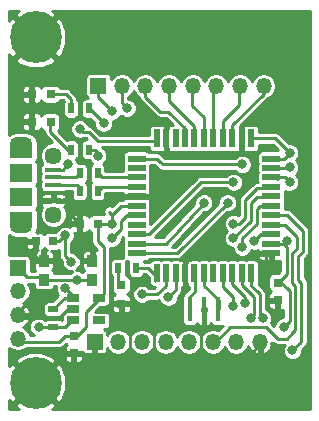
<source format=gbr>
G04 #@! TF.GenerationSoftware,KiCad,Pcbnew,no-vcs-found-33e0758~58~ubuntu16.04.1*
G04 #@! TF.CreationDate,2018-02-07T18:59:58+01:00*
G04 #@! TF.ProjectId,ultrawidebridge,756C747261776964656272696467652E,rev?*
G04 #@! TF.FileFunction,Copper,L1,Top,Signal*
G04 #@! TF.FilePolarity,Positive*
%FSLAX46Y46*%
G04 Gerber Fmt 4.6, Leading zero omitted, Abs format (unit mm)*
G04 Created by KiCad (PCBNEW no-vcs-found-33e0758~58~ubuntu16.04.1) date Wed Feb  7 18:59:58 2018*
%MOMM*%
%LPD*%
G01*
G04 APERTURE LIST*
%ADD10C,0.100000*%
%ADD11C,4.400000*%
%ADD12R,1.500000X0.550000*%
%ADD13R,0.550000X1.500000*%
%ADD14R,1.900000X1.500000*%
%ADD15C,1.450000*%
%ADD16R,1.350000X0.400000*%
%ADD17O,1.900000X1.200000*%
%ADD18R,1.900000X1.200000*%
%ADD19R,0.750000X0.800000*%
%ADD20R,0.800000X0.750000*%
%ADD21R,0.800000X0.800000*%
%ADD22O,1.350000X1.350000*%
%ADD23R,1.350000X1.350000*%
%ADD24R,0.900000X1.000000*%
%ADD25R,0.500000X0.900000*%
%ADD26R,0.900000X0.500000*%
%ADD27R,1.060000X0.650000*%
%ADD28R,0.400000X2.100000*%
%ADD29C,0.800000*%
%ADD30C,0.250000*%
%ADD31C,0.254000*%
G04 APERTURE END LIST*
D10*
D11*
X162250000Y-144750000D03*
D12*
X170800000Y-125750000D03*
X170800000Y-126550000D03*
X170800000Y-127350000D03*
X170800000Y-128150000D03*
X170800000Y-128950000D03*
X170800000Y-129750000D03*
X170800000Y-130550000D03*
X170800000Y-131350000D03*
X170800000Y-132150000D03*
X170800000Y-132950000D03*
X170800000Y-133750000D03*
D13*
X172500000Y-135450000D03*
X173300000Y-135450000D03*
X174100000Y-135450000D03*
X174900000Y-135450000D03*
X175700000Y-135450000D03*
X176500000Y-135450000D03*
X177300000Y-135450000D03*
X178100000Y-135450000D03*
X178900000Y-135450000D03*
X179700000Y-135450000D03*
X180500000Y-135450000D03*
D12*
X182200000Y-133750000D03*
X182200000Y-132950000D03*
X182200000Y-132150000D03*
X182200000Y-131350000D03*
X182200000Y-130550000D03*
X182200000Y-129750000D03*
X182200000Y-128950000D03*
X182200000Y-128150000D03*
X182200000Y-127350000D03*
X182200000Y-126550000D03*
X182200000Y-125750000D03*
D13*
X180500000Y-124050000D03*
X179700000Y-124050000D03*
X178900000Y-124050000D03*
X178100000Y-124050000D03*
X177300000Y-124050000D03*
X176500000Y-124050000D03*
X175700000Y-124050000D03*
X174900000Y-124050000D03*
X174100000Y-124050000D03*
X173300000Y-124050000D03*
X172500000Y-124050000D03*
D14*
X161050000Y-129000000D03*
D15*
X163750000Y-125500000D03*
D16*
X163750000Y-127350000D03*
X163750000Y-126700000D03*
X163750000Y-129300000D03*
X163750000Y-128650000D03*
X163750000Y-128000000D03*
D15*
X163750000Y-130500000D03*
D14*
X161050000Y-127000000D03*
D17*
X161050000Y-124500000D03*
X161050000Y-131500000D03*
D18*
X161050000Y-130900000D03*
X161050000Y-125100000D03*
D19*
X165500000Y-140750000D03*
X165500000Y-142250000D03*
D20*
X162250000Y-132750000D03*
X163750000Y-132750000D03*
D19*
X182750000Y-137750000D03*
X182750000Y-136250000D03*
D20*
X167500000Y-131250000D03*
X166000000Y-131250000D03*
D21*
X169500000Y-136450000D03*
X169500000Y-138050000D03*
X161925000Y-122650000D03*
X163525000Y-122650000D03*
X161925000Y-120300000D03*
X163525000Y-120300000D03*
D22*
X181550000Y-119600000D03*
X179550000Y-119600000D03*
X177550000Y-119600000D03*
X175550000Y-119600000D03*
X173550000Y-119600000D03*
X171550000Y-119600000D03*
X169550000Y-119600000D03*
D23*
X167550000Y-119600000D03*
D22*
X181250000Y-141250000D03*
X179250000Y-141250000D03*
X177250000Y-141250000D03*
X175250000Y-141250000D03*
X173250000Y-141250000D03*
X171250000Y-141250000D03*
X169250000Y-141250000D03*
D23*
X167250000Y-141250000D03*
D22*
X160750000Y-141000000D03*
X160750000Y-139000000D03*
X160750000Y-137000000D03*
D23*
X160750000Y-135000000D03*
D24*
X167050000Y-136000000D03*
X167050000Y-134400000D03*
X162950000Y-136000000D03*
X162950000Y-134400000D03*
D25*
X167500000Y-127000000D03*
X166000000Y-127000000D03*
X166000000Y-128500000D03*
X167500000Y-128500000D03*
D26*
X163750000Y-138500000D03*
X163750000Y-140000000D03*
D25*
X169250000Y-135000000D03*
X170750000Y-135000000D03*
X166750000Y-125000000D03*
X165250000Y-125000000D03*
X165250000Y-121500000D03*
X166750000Y-121500000D03*
D27*
X165400000Y-137550000D03*
X165400000Y-138500000D03*
X165400000Y-139450000D03*
X167600000Y-139450000D03*
X167600000Y-137550000D03*
D28*
X175300000Y-138500000D03*
X176500000Y-138500000D03*
X177700000Y-138500000D03*
D11*
X162250000Y-115500000D03*
D29*
X183750000Y-125250000D03*
X183500000Y-132750000D03*
X183250000Y-140000000D03*
X166000000Y-123250000D03*
X168750000Y-131250000D03*
X173500000Y-137500000D03*
X182500000Y-139000000D03*
X162000000Y-133750000D03*
X162250000Y-137250000D03*
X165250000Y-134500000D03*
X168750000Y-132500000D03*
X164750000Y-136750000D03*
X164750000Y-132250000D03*
X165000000Y-126250000D03*
X168750000Y-121750000D03*
X170000000Y-121500000D03*
X184000000Y-142000000D03*
X181500000Y-139250000D03*
X180500000Y-139250000D03*
X180000000Y-138000000D03*
X179000000Y-138250000D03*
X162500000Y-140000000D03*
X165750000Y-136000000D03*
X171250000Y-137250000D03*
X167500000Y-125500000D03*
X168000000Y-122750000D03*
X183750000Y-127750000D03*
X183750000Y-126500000D03*
X179750000Y-133250000D03*
X179000000Y-132500000D03*
X179000000Y-131250000D03*
X180750000Y-132750000D03*
X176500000Y-129500000D03*
X178500000Y-129500000D03*
X179000000Y-127750000D03*
X179750000Y-126250000D03*
D30*
X168000000Y-133250000D02*
X167500000Y-132750000D01*
X168000000Y-137250000D02*
X168000000Y-133250000D01*
X167500000Y-132750000D02*
X167500000Y-131250000D01*
X168750000Y-131250000D02*
X167500000Y-131250000D01*
X164250000Y-141250000D02*
X160750000Y-141250000D01*
X160750000Y-141250000D02*
X160750000Y-141000000D01*
X165500000Y-140750000D02*
X164750000Y-140750000D01*
X164750000Y-140750000D02*
X164250000Y-141250000D01*
X165500000Y-140750000D02*
X165750000Y-140750000D01*
X165750000Y-140750000D02*
X166500000Y-140000000D01*
X166500000Y-140000000D02*
X166500000Y-138750000D01*
X166500000Y-138750000D02*
X167750000Y-137500000D01*
X167750000Y-137500000D02*
X167600000Y-137550000D01*
X183750000Y-137500000D02*
X183750000Y-136950002D01*
X183750000Y-136950002D02*
X183500000Y-136700002D01*
X183250000Y-140000000D02*
X183750000Y-139500000D01*
X183750000Y-139500000D02*
X183750000Y-137500000D01*
X182750000Y-136250000D02*
X183049998Y-136250000D01*
X183049998Y-136250000D02*
X183500000Y-136700002D01*
X183500000Y-133250000D02*
X183500000Y-135500000D01*
X182750000Y-133000000D02*
X183250000Y-133000000D01*
X183500000Y-133250000D02*
X183250000Y-133000000D01*
X183500000Y-135500000D02*
X182750000Y-136250000D01*
X182200000Y-132950000D02*
X183300000Y-132950000D01*
X183300000Y-132950000D02*
X183500000Y-132750000D01*
X182750000Y-133000000D02*
X182200000Y-132950000D01*
X183250000Y-140000000D02*
X183000000Y-140000000D01*
X182500000Y-133000000D02*
X182200000Y-132950000D01*
X168750000Y-131250000D02*
X168750000Y-130500000D01*
X168750000Y-130500000D02*
X169500000Y-129750000D01*
X169500000Y-129750000D02*
X170000000Y-129750000D01*
X168750000Y-130500000D02*
X168500000Y-130250000D01*
X168750000Y-131250000D02*
X168750000Y-131000000D01*
X169750000Y-129750000D02*
X170000000Y-129750000D01*
X170000000Y-129750000D02*
X170500000Y-129750000D01*
X180500000Y-124050000D02*
X182550000Y-124050000D01*
X182550000Y-124050000D02*
X183750000Y-125250000D01*
X174100000Y-136900000D02*
X173500000Y-137500000D01*
X174100000Y-136900000D02*
X174100000Y-135450000D01*
X174000000Y-135500000D02*
X174100000Y-135450000D01*
X167500000Y-124250000D02*
X166750000Y-123500000D01*
X166750000Y-123500000D02*
X166250000Y-123500000D01*
X166250000Y-123500000D02*
X166000000Y-123250000D01*
X167500000Y-124250000D02*
X172500000Y-124250000D01*
X166000000Y-123250000D02*
X166250000Y-123500000D01*
X172500000Y-124250000D02*
X172500000Y-124050000D01*
X180500000Y-124500000D02*
X180500000Y-124050000D01*
X183750000Y-125250000D02*
X183250000Y-125750000D01*
X183250000Y-125750000D02*
X182250000Y-125750000D01*
X182250000Y-125750000D02*
X182200000Y-125750000D01*
X170500000Y-129750000D02*
X170800000Y-129750000D01*
X168000000Y-137250000D02*
X167750000Y-137500000D01*
X167750000Y-137500000D02*
X167600000Y-137550000D01*
X160750000Y-141000000D02*
X161000000Y-141000000D01*
X167000000Y-129500000D02*
X168250000Y-129500000D01*
X166750000Y-129250000D02*
X167000000Y-129500000D01*
X168250000Y-129500000D02*
X168500000Y-129250000D01*
X165250000Y-129500000D02*
X165250000Y-130500000D01*
X165250000Y-130500000D02*
X166000000Y-131250000D01*
X182750000Y-137750000D02*
X182750000Y-138750000D01*
X182750000Y-138750000D02*
X182500000Y-139000000D01*
X182000000Y-138500000D02*
X181750000Y-138250000D01*
X181750000Y-138250000D02*
X181750000Y-133750000D01*
X181750000Y-133750000D02*
X182200000Y-133750000D01*
X182500000Y-139000000D02*
X182000000Y-138500000D01*
X182000000Y-133750000D02*
X182200000Y-133750000D01*
X162250000Y-132750000D02*
X162250000Y-133500000D01*
X162250000Y-133500000D02*
X162000000Y-133750000D01*
X162950000Y-134400000D02*
X162650000Y-134400000D01*
X162650000Y-134400000D02*
X162000000Y-133750000D01*
X160825000Y-139250000D02*
X163000000Y-139250000D01*
X164250000Y-139250000D02*
X165000000Y-138500000D01*
X163000000Y-139250000D02*
X164250000Y-139250000D01*
X160825000Y-139250000D02*
X160750000Y-139175000D01*
X160750000Y-139175000D02*
X160750000Y-139000000D01*
X174750000Y-135500000D02*
X174800000Y-135325000D01*
X162525000Y-121400000D02*
X162425000Y-121400000D01*
X161900000Y-121925000D02*
X161900000Y-122550000D01*
X162425000Y-121400000D02*
X161900000Y-121925000D01*
X161900000Y-122550000D02*
X161925000Y-122650000D01*
X164537500Y-123287500D02*
X164537500Y-121762500D01*
X161900000Y-120775000D02*
X161900000Y-120325000D01*
X162550000Y-121425000D02*
X162525000Y-121400000D01*
X162525000Y-121400000D02*
X161900000Y-120775000D01*
X164200000Y-121425000D02*
X162550000Y-121425000D01*
X164537500Y-121762500D02*
X164200000Y-121425000D01*
X161900000Y-120325000D02*
X161925000Y-120300000D01*
X164750000Y-123500000D02*
X164537500Y-123287500D01*
X164537500Y-123287500D02*
X164500000Y-123250000D01*
X166000000Y-124750000D02*
X166000000Y-124250000D01*
X166000000Y-125500000D02*
X166000000Y-124750000D01*
X166000000Y-125500000D02*
X166750000Y-126250000D01*
X165250000Y-124000000D02*
X164750000Y-123500000D01*
X165750000Y-124000000D02*
X165250000Y-124000000D01*
X166000000Y-124250000D02*
X165750000Y-124000000D01*
X176250000Y-140500000D02*
X176500000Y-140250000D01*
X176250000Y-140500000D02*
X176250000Y-141750000D01*
X176750000Y-142500000D02*
X177000000Y-142500000D01*
X176250000Y-141750000D02*
X177000000Y-142500000D01*
X176500000Y-140250000D02*
X176500000Y-138750000D01*
X176500000Y-138750000D02*
X176500000Y-138500000D01*
X174900000Y-136500000D02*
X174900000Y-136850000D01*
X174500000Y-138250000D02*
X173250000Y-139500000D01*
X174500000Y-137250000D02*
X174500000Y-138250000D01*
X174900000Y-136850000D02*
X174500000Y-137250000D01*
X174900000Y-135450000D02*
X174900000Y-136500000D01*
X172250000Y-140500000D02*
X172250000Y-142500000D01*
X173250000Y-139500000D02*
X172250000Y-140500000D01*
X182200000Y-133800000D02*
X182250000Y-133750000D01*
X182250000Y-133750000D02*
X182200000Y-133750000D01*
X168750000Y-129000000D02*
X170750000Y-129000000D01*
X168500000Y-129250000D02*
X168750000Y-129000000D01*
X170750000Y-129000000D02*
X170800000Y-128950000D01*
X166750000Y-129250000D02*
X166750000Y-126250000D01*
X160750000Y-139000000D02*
X160750000Y-138750000D01*
X160750000Y-138750000D02*
X162250000Y-137250000D01*
X162750000Y-134250000D02*
X162950000Y-134200000D01*
X170250000Y-140000000D02*
X170250000Y-141750000D01*
X170250000Y-140000000D02*
X169500000Y-139250000D01*
X169500000Y-138250000D02*
X169500000Y-139250000D01*
X171000000Y-142500000D02*
X172250000Y-142500000D01*
X172250000Y-142500000D02*
X173000000Y-142500000D01*
X170250000Y-141750000D02*
X171000000Y-142500000D01*
X173000000Y-142500000D02*
X174250000Y-142500000D01*
X174250000Y-142500000D02*
X176250000Y-142500000D01*
X176250000Y-142500000D02*
X176750000Y-142500000D01*
X176750000Y-142500000D02*
X180250000Y-142500000D01*
X181250000Y-141500000D02*
X180250000Y-142500000D01*
X181250000Y-141500000D02*
X181250000Y-141250000D01*
X167000000Y-134000000D02*
X167000000Y-134250000D01*
X167000000Y-134250000D02*
X167050000Y-134200000D01*
X165000000Y-138500000D02*
X165250000Y-138500000D01*
X165250000Y-138500000D02*
X165400000Y-138500000D01*
X169250000Y-138000000D02*
X169500000Y-138050000D01*
X160750000Y-139000000D02*
X160750000Y-139250000D01*
X169500000Y-138250000D02*
X169500000Y-138050000D01*
X164000000Y-129300000D02*
X165050000Y-129300000D01*
X165050000Y-129300000D02*
X165250000Y-129500000D01*
X164000000Y-128650000D02*
X164900000Y-128650000D01*
X165250000Y-129000000D02*
X165250000Y-129500000D01*
X164900000Y-128650000D02*
X165250000Y-129000000D01*
X173300000Y-124050000D02*
X173300000Y-122900000D01*
X164750000Y-132250000D02*
X164250000Y-132750000D01*
X164250000Y-132750000D02*
X163750000Y-132750000D01*
X165400000Y-137550000D02*
X165400000Y-137400000D01*
X165400000Y-137400000D02*
X164750000Y-136750000D01*
X163750000Y-132750000D02*
X164250000Y-132750000D01*
X164750000Y-132250000D02*
X164750000Y-134000000D01*
X164750000Y-134000000D02*
X165250000Y-134500000D01*
X170000000Y-130500000D02*
X170750000Y-130500000D01*
X168750000Y-132500000D02*
X169500000Y-131750000D01*
X169500000Y-131750000D02*
X169500000Y-131000000D01*
X169500000Y-131000000D02*
X170000000Y-130500000D01*
X164550000Y-126700000D02*
X165000000Y-126250000D01*
X163750000Y-126700000D02*
X164550000Y-126700000D01*
X170750000Y-130500000D02*
X170800000Y-130550000D01*
X165400000Y-137550000D02*
X164700000Y-137550000D01*
X164700000Y-137550000D02*
X163750000Y-138500000D01*
X169250000Y-135000000D02*
X169250000Y-136250000D01*
X169250000Y-136250000D02*
X169500000Y-136500000D01*
X169500000Y-136500000D02*
X169500000Y-136450000D01*
X163500000Y-122700000D02*
X163500000Y-123500000D01*
X163500000Y-123500000D02*
X165000000Y-125000000D01*
X163500000Y-122700000D02*
X163525000Y-122675000D01*
X163525000Y-122675000D02*
X163525000Y-122650000D01*
X165250000Y-125000000D02*
X165000000Y-125000000D01*
X165250000Y-125000000D02*
X165250000Y-124750000D01*
X163525000Y-120300000D02*
X164800000Y-120300000D01*
X165250000Y-120750000D02*
X165250000Y-121500000D01*
X164800000Y-120300000D02*
X165250000Y-120750000D01*
X163500000Y-120375000D02*
X163525000Y-120300000D01*
X164000000Y-127350000D02*
X165650000Y-127350000D01*
X165650000Y-127350000D02*
X166000000Y-127000000D01*
X165500000Y-128000000D02*
X165750000Y-128000000D01*
X165750000Y-128000000D02*
X166000000Y-128250000D01*
X166000000Y-128250000D02*
X166000000Y-128500000D01*
X164000000Y-128000000D02*
X165500000Y-128000000D01*
X174900000Y-124050000D02*
X174900000Y-123175000D01*
X171525000Y-120500000D02*
X171525000Y-119900000D01*
X172800000Y-121775000D02*
X171525000Y-120500000D01*
X173500000Y-121775000D02*
X172800000Y-121775000D01*
X174900000Y-123175000D02*
X173500000Y-121775000D01*
X171525000Y-119900000D02*
X171550000Y-119600000D01*
X175700000Y-124050000D02*
X175700000Y-122975000D01*
X175700000Y-122975000D02*
X173575000Y-120850000D01*
X173575000Y-120850000D02*
X173575000Y-119625000D01*
X173575000Y-119625000D02*
X173550000Y-119600000D01*
X176500000Y-124050000D02*
X176500000Y-122250000D01*
X176500000Y-122250000D02*
X175525000Y-121275000D01*
X175525000Y-121275000D02*
X175525000Y-119875000D01*
X175525000Y-119875000D02*
X175550000Y-119600000D01*
X177300000Y-124050000D02*
X177300000Y-120025000D01*
X177300000Y-120025000D02*
X177600000Y-119725000D01*
X177600000Y-119725000D02*
X177550000Y-119600000D01*
X178100000Y-124050000D02*
X178100000Y-122575000D01*
X178100000Y-122575000D02*
X179475000Y-121200000D01*
X179475000Y-121200000D02*
X179475000Y-119750000D01*
X179475000Y-119750000D02*
X179550000Y-119600000D01*
X178900000Y-124050000D02*
X178900000Y-122925000D01*
X178900000Y-122925000D02*
X181575000Y-120250000D01*
X181575000Y-120250000D02*
X181550000Y-119600000D01*
X181575000Y-119775000D02*
X181550000Y-119600000D01*
X167550000Y-119600000D02*
X167550000Y-120550000D01*
X167550000Y-120550000D02*
X168750000Y-121750000D01*
X167750000Y-119750000D02*
X167500000Y-119500000D01*
X167500000Y-119500000D02*
X167550000Y-119600000D01*
X169550000Y-119600000D02*
X169550000Y-121050000D01*
X169550000Y-121050000D02*
X170000000Y-121500000D01*
X169500000Y-119750000D02*
X169550000Y-119600000D01*
X184750000Y-140250000D02*
X184750000Y-141250000D01*
X184750000Y-141250000D02*
X184000000Y-142000000D01*
X184750000Y-136250000D02*
X184750000Y-140250000D01*
X184500000Y-135750000D02*
X184500000Y-136000000D01*
X184500000Y-136000000D02*
X184750000Y-136250000D01*
X184875000Y-131875000D02*
X184875000Y-133625000D01*
X182200000Y-130550000D02*
X183500000Y-130550000D01*
X183500000Y-130550000D02*
X183550000Y-130550000D01*
X183550000Y-130550000D02*
X184750000Y-131750000D01*
X184750000Y-131750000D02*
X184875000Y-131875000D01*
X184875000Y-133625000D02*
X184500000Y-134000000D01*
X184500000Y-134000000D02*
X184500000Y-135750000D01*
X182250000Y-130500000D02*
X182200000Y-130550000D01*
X184250000Y-140000000D02*
X184250000Y-140250000D01*
X184250000Y-140250000D02*
X184000000Y-140500000D01*
X184000000Y-136250000D02*
X184250000Y-136500000D01*
X184250000Y-136500000D02*
X184250000Y-137000000D01*
X184250000Y-137000000D02*
X184250000Y-139750000D01*
X183500000Y-141000000D02*
X184000000Y-140500000D01*
X182250000Y-140500000D02*
X182750000Y-141000000D01*
X178750000Y-140000000D02*
X177500000Y-141250000D01*
X178750000Y-140000000D02*
X181500000Y-140000000D01*
X181750000Y-140000000D02*
X182250000Y-140500000D01*
X181500000Y-140000000D02*
X181750000Y-140000000D01*
X182750000Y-141000000D02*
X183500000Y-141000000D01*
X184250000Y-139750000D02*
X184250000Y-140000000D01*
X184000000Y-133750000D02*
X184000000Y-136250000D01*
X184375000Y-133375000D02*
X184000000Y-133750000D01*
X182200000Y-131350000D02*
X183250000Y-131350000D01*
X183350000Y-131350000D02*
X184375000Y-132375000D01*
X183250000Y-131350000D02*
X183350000Y-131350000D01*
X184375000Y-132375000D02*
X184375000Y-133250000D01*
X184375000Y-133250000D02*
X184375000Y-133375000D01*
X182200000Y-131350000D02*
X182200000Y-131450000D01*
X182200000Y-131450000D02*
X182250000Y-131500000D01*
X182250000Y-131500000D02*
X182200000Y-131350000D01*
X182750000Y-131250000D02*
X182500000Y-131500000D01*
X182500000Y-131500000D02*
X182200000Y-131350000D01*
X177250000Y-141250000D02*
X177500000Y-141250000D01*
X177250000Y-141250000D02*
X177500000Y-141500000D01*
X182500000Y-131500000D02*
X182200000Y-131350000D01*
X182225000Y-131225000D02*
X182500000Y-131500000D01*
X181250000Y-137250000D02*
X181250000Y-139000000D01*
X181250000Y-139000000D02*
X181500000Y-139250000D01*
X180500000Y-136500000D02*
X181000000Y-137000000D01*
X180500000Y-136500000D02*
X180500000Y-135450000D01*
X181250000Y-137250000D02*
X181000000Y-137000000D01*
X175250000Y-141250000D02*
X175250000Y-141000000D01*
X180500000Y-136000000D02*
X180500000Y-135450000D01*
X180750000Y-137500000D02*
X180750000Y-139000000D01*
X180750000Y-139000000D02*
X180500000Y-139250000D01*
X179600000Y-135325000D02*
X179675000Y-135325000D01*
X179675000Y-135325000D02*
X179750000Y-135250000D01*
X179750000Y-135250000D02*
X179600000Y-135325000D01*
X180500000Y-137250000D02*
X180750000Y-137500000D01*
X179700000Y-136450000D02*
X180500000Y-137250000D01*
X179700000Y-135450000D02*
X179700000Y-136450000D01*
X173250000Y-141000000D02*
X173250000Y-141250000D01*
X179750000Y-135500000D02*
X179700000Y-135450000D01*
X179400000Y-136900000D02*
X178900000Y-136400000D01*
X180000000Y-138000000D02*
X180000000Y-137500000D01*
X180000000Y-137500000D02*
X179400000Y-136900000D01*
X178900000Y-135450000D02*
X178900000Y-136400000D01*
X178800000Y-135800000D02*
X178750000Y-135750000D01*
X178750000Y-135750000D02*
X178900000Y-135450000D01*
X179000000Y-138250000D02*
X179000000Y-137500000D01*
X179000000Y-137500000D02*
X178100000Y-136600000D01*
X178100000Y-135450000D02*
X178100000Y-136600000D01*
X178000000Y-135250000D02*
X178100000Y-135450000D01*
X178000000Y-135500000D02*
X178100000Y-135450000D01*
X163750000Y-140000000D02*
X162500000Y-140000000D01*
X163750000Y-140000000D02*
X164750000Y-140000000D01*
X164750000Y-140000000D02*
X165250000Y-139500000D01*
X165250000Y-139500000D02*
X165400000Y-139450000D01*
X162950000Y-136000000D02*
X165750000Y-136000000D01*
X165750000Y-136000000D02*
X167000000Y-136000000D01*
X167000000Y-136000000D02*
X167050000Y-136000000D01*
X171250000Y-137250000D02*
X172500000Y-137250000D01*
X172500000Y-137250000D02*
X173250000Y-136500000D01*
X173125000Y-136625000D02*
X173250000Y-136500000D01*
X173250000Y-136500000D02*
X173125000Y-136625000D01*
X162950000Y-135800000D02*
X161550000Y-135800000D01*
X161550000Y-135800000D02*
X160750000Y-135000000D01*
X167050000Y-135800000D02*
X166950000Y-135800000D01*
X166950000Y-135800000D02*
X167000000Y-135750000D01*
X167000000Y-135750000D02*
X167050000Y-135800000D01*
X173250000Y-136500000D02*
X173250000Y-136000000D01*
X173250000Y-136000000D02*
X173300000Y-135450000D01*
X173250000Y-135500000D02*
X173200000Y-135325000D01*
X170800000Y-127350000D02*
X167850000Y-127350000D01*
X167850000Y-127350000D02*
X167500000Y-127000000D01*
X170800000Y-128150000D02*
X167850000Y-128150000D01*
X167850000Y-128150000D02*
X167500000Y-128500000D01*
X167500000Y-128250000D02*
X167500000Y-128500000D01*
X172400000Y-135325000D02*
X172400000Y-136100000D01*
X170750000Y-135000000D02*
X171750000Y-135000000D01*
X171750000Y-135000000D02*
X172400000Y-135650000D01*
X172400000Y-135650000D02*
X172500000Y-135450000D01*
X167500000Y-125250000D02*
X167250000Y-125000000D01*
X167250000Y-125000000D02*
X166750000Y-125000000D01*
X167500000Y-125500000D02*
X167500000Y-125250000D01*
X166750000Y-121500000D02*
X168000000Y-122750000D01*
X182750000Y-127500000D02*
X182500000Y-127250000D01*
X183350000Y-127350000D02*
X183750000Y-127750000D01*
X183350000Y-127350000D02*
X182200000Y-127350000D01*
X182200000Y-126550000D02*
X183700000Y-126550000D01*
X183700000Y-126550000D02*
X183750000Y-126500000D01*
X179750000Y-132500000D02*
X181000000Y-131250000D01*
X181000000Y-131250000D02*
X181000000Y-130000000D01*
X182250000Y-129750000D02*
X181250000Y-129750000D01*
X181000000Y-130000000D02*
X181250000Y-129750000D01*
X179750000Y-133250000D02*
X179750000Y-132500000D01*
X182250000Y-129750000D02*
X182200000Y-129750000D01*
X179000000Y-132500000D02*
X180500000Y-131000000D01*
X180500000Y-131000000D02*
X180500000Y-129500000D01*
X179000000Y-132500000D02*
X179000000Y-132250000D01*
X182000000Y-129000000D02*
X181000000Y-129000000D01*
X180500000Y-129500000D02*
X181000000Y-129000000D01*
X182000000Y-129000000D02*
X182200000Y-128950000D01*
X179000000Y-131250000D02*
X179500000Y-131250000D01*
X181000000Y-128250000D02*
X181250000Y-128250000D01*
X180000000Y-129250000D02*
X181000000Y-128250000D01*
X180000000Y-130750000D02*
X180000000Y-129250000D01*
X179500000Y-131250000D02*
X180000000Y-130750000D01*
X181250000Y-128250000D02*
X182250000Y-128250000D01*
X182250000Y-128250000D02*
X182200000Y-128150000D01*
X181350000Y-132150000D02*
X180750000Y-132750000D01*
X182200000Y-132150000D02*
X181350000Y-132150000D01*
X170800000Y-132950000D02*
X173300000Y-132950000D01*
X173300000Y-132950000D02*
X176500000Y-129500000D01*
X170800000Y-133750000D02*
X174250000Y-133750000D01*
X174250000Y-133750000D02*
X178500000Y-129500000D01*
X170750000Y-133750000D02*
X170800000Y-133750000D01*
X179000000Y-127750000D02*
X176250000Y-127750000D01*
X176250000Y-127750000D02*
X171850000Y-132150000D01*
X170850000Y-132150000D02*
X171850000Y-132150000D01*
X170850000Y-132150000D02*
X170750000Y-132250000D01*
X170750000Y-132250000D02*
X170800000Y-132150000D01*
X179750000Y-126250000D02*
X173000000Y-126250000D01*
X173000000Y-126250000D02*
X172750000Y-126000000D01*
X172500000Y-125750000D02*
X172150000Y-125750000D01*
X172750000Y-126000000D02*
X172500000Y-125750000D01*
X170800000Y-125750000D02*
X172150000Y-125750000D01*
X171000000Y-125750000D02*
X170800000Y-125750000D01*
X174100000Y-124050000D02*
X174075000Y-124075000D01*
X176500000Y-135450000D02*
X176500000Y-136500000D01*
X176500000Y-136500000D02*
X177750000Y-137750000D01*
X177750000Y-137750000D02*
X177750000Y-138500000D01*
X177750000Y-138500000D02*
X177700000Y-138500000D01*
X176450000Y-135800000D02*
X176500000Y-135750000D01*
X176500000Y-135750000D02*
X176500000Y-135450000D01*
X176500000Y-135450000D02*
X176500000Y-135750000D01*
X176500000Y-135500000D02*
X176500000Y-135450000D01*
X175300000Y-138500000D02*
X175300000Y-137450000D01*
X175300000Y-137450000D02*
X175750000Y-137000000D01*
X175750000Y-137000000D02*
X175750000Y-136000000D01*
X175750000Y-136000000D02*
X175700000Y-135450000D01*
X175750000Y-136000000D02*
X175700000Y-135450000D01*
X175750000Y-136000000D02*
X175700000Y-135450000D01*
X175750000Y-136000000D02*
X175700000Y-135450000D01*
D31*
G36*
X160792153Y-113277380D02*
X160534441Y-113604836D01*
X162250000Y-115320395D01*
X163965559Y-113604836D01*
X163707847Y-113277380D01*
X163657434Y-113257000D01*
X185493000Y-113257000D01*
X185493000Y-146993000D01*
X163658645Y-146993000D01*
X163707847Y-146972620D01*
X163965559Y-146645164D01*
X162250000Y-144929605D01*
X160534441Y-146645164D01*
X160792153Y-146972620D01*
X160842566Y-146993000D01*
X160007000Y-146993000D01*
X160007000Y-146158645D01*
X160027380Y-146207847D01*
X160354836Y-146465559D01*
X162070395Y-144750000D01*
X162429605Y-144750000D01*
X164145164Y-146465559D01*
X164472620Y-146207847D01*
X164861327Y-145246315D01*
X164852483Y-144209224D01*
X164472620Y-143292153D01*
X164145164Y-143034441D01*
X162429605Y-144750000D01*
X162070395Y-144750000D01*
X160354836Y-143034441D01*
X160027380Y-143292153D01*
X160007000Y-143342566D01*
X160007000Y-142854836D01*
X160534441Y-142854836D01*
X162250000Y-144570395D01*
X163965559Y-142854836D01*
X163707847Y-142527380D01*
X163587553Y-142478750D01*
X164718000Y-142478750D01*
X164718000Y-142730957D01*
X164779962Y-142880547D01*
X164894453Y-142995038D01*
X165044042Y-143057000D01*
X165271250Y-143057000D01*
X165373000Y-142955250D01*
X165373000Y-142377000D01*
X165627000Y-142377000D01*
X165627000Y-142955250D01*
X165728750Y-143057000D01*
X165955958Y-143057000D01*
X166105547Y-142995038D01*
X166220038Y-142880547D01*
X166282000Y-142730957D01*
X166282000Y-142478750D01*
X166180250Y-142377000D01*
X165627000Y-142377000D01*
X165373000Y-142377000D01*
X164819750Y-142377000D01*
X164718000Y-142478750D01*
X163587553Y-142478750D01*
X162746315Y-142138673D01*
X161709224Y-142147517D01*
X160792153Y-142527380D01*
X160534441Y-142854836D01*
X160007000Y-142854836D01*
X160007000Y-141794014D01*
X160314739Y-141999638D01*
X160728802Y-142082000D01*
X160771198Y-142082000D01*
X161185261Y-141999638D01*
X161510980Y-141782000D01*
X164250000Y-141782000D01*
X164453588Y-141741504D01*
X164626181Y-141626181D01*
X164822502Y-141429860D01*
X164831570Y-141443430D01*
X164912482Y-141497494D01*
X164894453Y-141504962D01*
X164779962Y-141619453D01*
X164718000Y-141769043D01*
X164718000Y-142021250D01*
X164819750Y-142123000D01*
X165373000Y-142123000D01*
X165373000Y-142103000D01*
X165627000Y-142103000D01*
X165627000Y-142123000D01*
X166180250Y-142123000D01*
X166205869Y-142097381D01*
X166229962Y-142155547D01*
X166344453Y-142270038D01*
X166494042Y-142332000D01*
X167021250Y-142332000D01*
X167123000Y-142230250D01*
X167123000Y-141377000D01*
X167103000Y-141377000D01*
X167103000Y-141123000D01*
X167123000Y-141123000D01*
X167123000Y-141103000D01*
X167377000Y-141103000D01*
X167377000Y-141123000D01*
X167397000Y-141123000D01*
X167397000Y-141377000D01*
X167377000Y-141377000D01*
X167377000Y-142230250D01*
X167478750Y-142332000D01*
X168005958Y-142332000D01*
X168155547Y-142270038D01*
X168270038Y-142155547D01*
X168332000Y-142005957D01*
X168332000Y-141807441D01*
X168484910Y-142036288D01*
X168835937Y-142270836D01*
X169250000Y-142353198D01*
X169664063Y-142270836D01*
X170015090Y-142036288D01*
X170249638Y-141685261D01*
X170250000Y-141683441D01*
X170250362Y-141685261D01*
X170484910Y-142036288D01*
X170835937Y-142270836D01*
X171250000Y-142353198D01*
X171664063Y-142270836D01*
X172015090Y-142036288D01*
X172249638Y-141685261D01*
X172250000Y-141683441D01*
X172250362Y-141685261D01*
X172484910Y-142036288D01*
X172835937Y-142270836D01*
X173250000Y-142353198D01*
X173664063Y-142270836D01*
X174015090Y-142036288D01*
X174249638Y-141685261D01*
X174250000Y-141683441D01*
X174250362Y-141685261D01*
X174484910Y-142036288D01*
X174835937Y-142270836D01*
X175250000Y-142353198D01*
X175664063Y-142270836D01*
X176015090Y-142036288D01*
X176249638Y-141685261D01*
X176250000Y-141683441D01*
X176250362Y-141685261D01*
X176484910Y-142036288D01*
X176835937Y-142270836D01*
X177250000Y-142353198D01*
X177664063Y-142270836D01*
X178015090Y-142036288D01*
X178249638Y-141685261D01*
X178250000Y-141683441D01*
X178250362Y-141685261D01*
X178484910Y-142036288D01*
X178835937Y-142270836D01*
X179250000Y-142353198D01*
X179664063Y-142270836D01*
X180015090Y-142036288D01*
X180249638Y-141685261D01*
X180258375Y-141641335D01*
X180400166Y-141919728D01*
X180721150Y-142193965D01*
X180956471Y-142291425D01*
X181123000Y-142221988D01*
X181123000Y-141377000D01*
X181103000Y-141377000D01*
X181103000Y-141123000D01*
X181123000Y-141123000D01*
X181123000Y-141103000D01*
X181377000Y-141103000D01*
X181377000Y-141123000D01*
X181397000Y-141123000D01*
X181397000Y-141377000D01*
X181377000Y-141377000D01*
X181377000Y-142221988D01*
X181543529Y-142291425D01*
X181778850Y-142193965D01*
X182099834Y-141919728D01*
X182291438Y-141543531D01*
X182222785Y-141377002D01*
X182332000Y-141377002D01*
X182332000Y-141334362D01*
X182373819Y-141376181D01*
X182546412Y-141491504D01*
X182750000Y-141532000D01*
X183326550Y-141532000D01*
X183316258Y-141542274D01*
X183193140Y-141838774D01*
X183192860Y-142159818D01*
X183315460Y-142456532D01*
X183542274Y-142683742D01*
X183838774Y-142806860D01*
X184159818Y-142807140D01*
X184456532Y-142684540D01*
X184683742Y-142457726D01*
X184806860Y-142161226D01*
X184807048Y-141945314D01*
X185126181Y-141626181D01*
X185127759Y-141623819D01*
X185241504Y-141453588D01*
X185282000Y-141250000D01*
X185282000Y-136250000D01*
X185241504Y-136046412D01*
X185126181Y-135873819D01*
X185032000Y-135779638D01*
X185032000Y-134220362D01*
X185251181Y-134001181D01*
X185266169Y-133978750D01*
X185366504Y-133828588D01*
X185407000Y-133625000D01*
X185407000Y-131875000D01*
X185366504Y-131671412D01*
X185251181Y-131498819D01*
X183926181Y-130173819D01*
X183912942Y-130164973D01*
X183753588Y-130058496D01*
X183550000Y-130018000D01*
X183364973Y-130018000D01*
X183364973Y-129475000D01*
X183340109Y-129350000D01*
X183364973Y-129225000D01*
X183364973Y-128675000D01*
X183340109Y-128550000D01*
X183357820Y-128460959D01*
X183588774Y-128556860D01*
X183909818Y-128557140D01*
X184206532Y-128434540D01*
X184433742Y-128207726D01*
X184556860Y-127911226D01*
X184557140Y-127590182D01*
X184434540Y-127293468D01*
X184266271Y-127124905D01*
X184433742Y-126957726D01*
X184556860Y-126661226D01*
X184557140Y-126340182D01*
X184434540Y-126043468D01*
X184266271Y-125874905D01*
X184433742Y-125707726D01*
X184556860Y-125411226D01*
X184557140Y-125090182D01*
X184434540Y-124793468D01*
X184207726Y-124566258D01*
X183911226Y-124443140D01*
X183695314Y-124442952D01*
X182926181Y-123673819D01*
X182915233Y-123666504D01*
X182753588Y-123558496D01*
X182550000Y-123518000D01*
X181189973Y-123518000D01*
X181189973Y-123300000D01*
X181158385Y-123141197D01*
X181068430Y-123006570D01*
X180933803Y-122916615D01*
X180775000Y-122885027D01*
X180225000Y-122885027D01*
X180097795Y-122910330D01*
X180055958Y-122893000D01*
X179928750Y-122893000D01*
X179827000Y-122994750D01*
X179827000Y-123214671D01*
X179810027Y-123300000D01*
X179810027Y-124800000D01*
X179827000Y-124885329D01*
X179827000Y-125105250D01*
X179928750Y-125207000D01*
X180055958Y-125207000D01*
X180097795Y-125189670D01*
X180225000Y-125214973D01*
X180775000Y-125214973D01*
X180933803Y-125183385D01*
X181068430Y-125093430D01*
X181158385Y-124958803D01*
X181189973Y-124800000D01*
X181189973Y-124582000D01*
X182329638Y-124582000D01*
X182807665Y-125060027D01*
X181450000Y-125060027D01*
X181291197Y-125091615D01*
X181156570Y-125181570D01*
X181066615Y-125316197D01*
X181035027Y-125475000D01*
X181035027Y-126025000D01*
X181059891Y-126150000D01*
X181035027Y-126275000D01*
X181035027Y-126825000D01*
X181059891Y-126950000D01*
X181035027Y-127075000D01*
X181035027Y-127625000D01*
X181053526Y-127718000D01*
X181000005Y-127718000D01*
X181000000Y-127717999D01*
X180796413Y-127758495D01*
X180758537Y-127783803D01*
X180623819Y-127873819D01*
X180623817Y-127873822D01*
X179623819Y-128873819D01*
X179508496Y-129046412D01*
X179468000Y-129250000D01*
X179468000Y-130529638D01*
X179439110Y-130558528D01*
X179161226Y-130443140D01*
X178840182Y-130442860D01*
X178543468Y-130565460D01*
X178316258Y-130792274D01*
X178193140Y-131088774D01*
X178192860Y-131409818D01*
X178315460Y-131706532D01*
X178483729Y-131875095D01*
X178316258Y-132042274D01*
X178193140Y-132338774D01*
X178192860Y-132659818D01*
X178315460Y-132956532D01*
X178542274Y-133183742D01*
X178838774Y-133306860D01*
X178942950Y-133306951D01*
X178942860Y-133409818D01*
X179065460Y-133706532D01*
X179292274Y-133933742D01*
X179588774Y-134056860D01*
X179909818Y-134057140D01*
X180099535Y-133978750D01*
X181043000Y-133978750D01*
X181043000Y-134105958D01*
X181104962Y-134255547D01*
X181219453Y-134370038D01*
X181369043Y-134432000D01*
X181971250Y-134432000D01*
X182073000Y-134330250D01*
X182073000Y-133877000D01*
X181144750Y-133877000D01*
X181043000Y-133978750D01*
X180099535Y-133978750D01*
X180206532Y-133934540D01*
X180433742Y-133707726D01*
X180509974Y-133524139D01*
X180588774Y-133556860D01*
X180909818Y-133557140D01*
X181043000Y-133502110D01*
X181043000Y-133521250D01*
X181144750Y-133623000D01*
X181364671Y-133623000D01*
X181450000Y-133639973D01*
X182347000Y-133639973D01*
X182347000Y-133877000D01*
X182327000Y-133877000D01*
X182327000Y-134330250D01*
X182428750Y-134432000D01*
X182968000Y-134432000D01*
X182968000Y-135279638D01*
X182812611Y-135435027D01*
X182375000Y-135435027D01*
X182216197Y-135466615D01*
X182081570Y-135556570D01*
X181991615Y-135691197D01*
X181960027Y-135850000D01*
X181960027Y-136650000D01*
X181991615Y-136808803D01*
X182081570Y-136943430D01*
X182162482Y-136997494D01*
X182144453Y-137004962D01*
X182029962Y-137119453D01*
X181968000Y-137269043D01*
X181968000Y-137521250D01*
X182069750Y-137623000D01*
X182623000Y-137623000D01*
X182623000Y-137603000D01*
X182877000Y-137603000D01*
X182877000Y-137623000D01*
X182897000Y-137623000D01*
X182897000Y-137877000D01*
X182877000Y-137877000D01*
X182877000Y-138455250D01*
X182978750Y-138557000D01*
X183205958Y-138557000D01*
X183218000Y-138552012D01*
X183218000Y-139192971D01*
X183090182Y-139192860D01*
X182793468Y-139315460D01*
X182566258Y-139542274D01*
X182443140Y-139838774D01*
X182443051Y-139940689D01*
X182191472Y-139689110D01*
X182306860Y-139411226D01*
X182307140Y-139090182D01*
X182184540Y-138793468D01*
X181957726Y-138566258D01*
X181782000Y-138493290D01*
X181782000Y-137978750D01*
X181968000Y-137978750D01*
X181968000Y-138230957D01*
X182029962Y-138380547D01*
X182144453Y-138495038D01*
X182294042Y-138557000D01*
X182521250Y-138557000D01*
X182623000Y-138455250D01*
X182623000Y-137877000D01*
X182069750Y-137877000D01*
X181968000Y-137978750D01*
X181782000Y-137978750D01*
X181782000Y-137250000D01*
X181741504Y-137046412D01*
X181626181Y-136873819D01*
X181139471Y-136387109D01*
X181158385Y-136358803D01*
X181189973Y-136200000D01*
X181189973Y-134700000D01*
X181158385Y-134541197D01*
X181068430Y-134406570D01*
X180933803Y-134316615D01*
X180775000Y-134285027D01*
X180225000Y-134285027D01*
X180100000Y-134309891D01*
X179975000Y-134285027D01*
X179425000Y-134285027D01*
X179300000Y-134309891D01*
X179175000Y-134285027D01*
X178625000Y-134285027D01*
X178500000Y-134309891D01*
X178375000Y-134285027D01*
X177825000Y-134285027D01*
X177700000Y-134309891D01*
X177575000Y-134285027D01*
X177025000Y-134285027D01*
X176900000Y-134309891D01*
X176775000Y-134285027D01*
X176225000Y-134285027D01*
X176100000Y-134309891D01*
X175975000Y-134285027D01*
X175425000Y-134285027D01*
X175297795Y-134310330D01*
X175255958Y-134293000D01*
X175128750Y-134293000D01*
X175027000Y-134394750D01*
X175027000Y-134614671D01*
X175010027Y-134700000D01*
X175010027Y-136200000D01*
X175027000Y-136285329D01*
X175027000Y-136505250D01*
X175128750Y-136607000D01*
X175218000Y-136607000D01*
X175218000Y-136779638D01*
X174923819Y-137073819D01*
X174918499Y-137081782D01*
X174806570Y-137156570D01*
X174716615Y-137291197D01*
X174685027Y-137450000D01*
X174685027Y-139550000D01*
X174716615Y-139708803D01*
X174806570Y-139843430D01*
X174941197Y-139933385D01*
X175100000Y-139964973D01*
X175500000Y-139964973D01*
X175658803Y-139933385D01*
X175793430Y-139843430D01*
X175883385Y-139708803D01*
X175896965Y-139640531D01*
X175954962Y-139780547D01*
X176069453Y-139895038D01*
X176219043Y-139957000D01*
X176298250Y-139957000D01*
X176400000Y-139855250D01*
X176400000Y-138627000D01*
X176353000Y-138627000D01*
X176353000Y-138373000D01*
X176400000Y-138373000D01*
X176400000Y-138353000D01*
X176600000Y-138353000D01*
X176600000Y-138373000D01*
X176647000Y-138373000D01*
X176647000Y-138627000D01*
X176600000Y-138627000D01*
X176600000Y-139855250D01*
X176701750Y-139957000D01*
X176780957Y-139957000D01*
X176930547Y-139895038D01*
X177045038Y-139780547D01*
X177103035Y-139640531D01*
X177116615Y-139708803D01*
X177206570Y-139843430D01*
X177341197Y-139933385D01*
X177500000Y-139964973D01*
X177900000Y-139964973D01*
X178058803Y-139933385D01*
X178075228Y-139922410D01*
X177726653Y-140270985D01*
X177664063Y-140229164D01*
X177250000Y-140146802D01*
X176835937Y-140229164D01*
X176484910Y-140463712D01*
X176250362Y-140814739D01*
X176250000Y-140816559D01*
X176249638Y-140814739D01*
X176015090Y-140463712D01*
X175664063Y-140229164D01*
X175250000Y-140146802D01*
X174835937Y-140229164D01*
X174484910Y-140463712D01*
X174250362Y-140814739D01*
X174250000Y-140816559D01*
X174249638Y-140814739D01*
X174015090Y-140463712D01*
X173664063Y-140229164D01*
X173250000Y-140146802D01*
X172835937Y-140229164D01*
X172484910Y-140463712D01*
X172250362Y-140814739D01*
X172250000Y-140816559D01*
X172249638Y-140814739D01*
X172015090Y-140463712D01*
X171664063Y-140229164D01*
X171250000Y-140146802D01*
X170835937Y-140229164D01*
X170484910Y-140463712D01*
X170250362Y-140814739D01*
X170250000Y-140816559D01*
X170249638Y-140814739D01*
X170015090Y-140463712D01*
X169664063Y-140229164D01*
X169250000Y-140146802D01*
X168835937Y-140229164D01*
X168484910Y-140463712D01*
X168332000Y-140692559D01*
X168332000Y-140494043D01*
X168270038Y-140344453D01*
X168155547Y-140229962D01*
X168059005Y-140189973D01*
X168130000Y-140189973D01*
X168288803Y-140158385D01*
X168423430Y-140068430D01*
X168513385Y-139933803D01*
X168544973Y-139775000D01*
X168544973Y-139125000D01*
X168513385Y-138966197D01*
X168423430Y-138831570D01*
X168288803Y-138741615D01*
X168130000Y-138710027D01*
X167292335Y-138710027D01*
X167712389Y-138289973D01*
X168130000Y-138289973D01*
X168186421Y-138278750D01*
X168693000Y-138278750D01*
X168693000Y-138530957D01*
X168754962Y-138680547D01*
X168869453Y-138795038D01*
X169019042Y-138857000D01*
X169271250Y-138857000D01*
X169373000Y-138755250D01*
X169373000Y-138177000D01*
X169627000Y-138177000D01*
X169627000Y-138755250D01*
X169728750Y-138857000D01*
X169980958Y-138857000D01*
X170130547Y-138795038D01*
X170245038Y-138680547D01*
X170307000Y-138530957D01*
X170307000Y-138278750D01*
X170205250Y-138177000D01*
X169627000Y-138177000D01*
X169373000Y-138177000D01*
X168794750Y-138177000D01*
X168693000Y-138278750D01*
X168186421Y-138278750D01*
X168288803Y-138258385D01*
X168423430Y-138168430D01*
X168513385Y-138033803D01*
X168544973Y-137875000D01*
X168544973Y-137225000D01*
X168532000Y-137159781D01*
X168532000Y-133283285D01*
X168588774Y-133306860D01*
X168909818Y-133307140D01*
X169206532Y-133184540D01*
X169433742Y-132957726D01*
X169556860Y-132661226D01*
X169557048Y-132445314D01*
X169635027Y-132367335D01*
X169635027Y-132425000D01*
X169659891Y-132550000D01*
X169635027Y-132675000D01*
X169635027Y-133225000D01*
X169659891Y-133350000D01*
X169635027Y-133475000D01*
X169635027Y-134025000D01*
X169663869Y-134170000D01*
X169658803Y-134166615D01*
X169500000Y-134135027D01*
X169000000Y-134135027D01*
X168841197Y-134166615D01*
X168706570Y-134256570D01*
X168616615Y-134391197D01*
X168585027Y-134550000D01*
X168585027Y-135450000D01*
X168616615Y-135608803D01*
X168706570Y-135743430D01*
X168718000Y-135751067D01*
X168718000Y-135889124D01*
X168716615Y-135891197D01*
X168685027Y-136050000D01*
X168685027Y-136850000D01*
X168716615Y-137008803D01*
X168806570Y-137143430D01*
X168941197Y-137233385D01*
X169009469Y-137246965D01*
X168869453Y-137304962D01*
X168754962Y-137419453D01*
X168693000Y-137569043D01*
X168693000Y-137821250D01*
X168794750Y-137923000D01*
X169373000Y-137923000D01*
X169373000Y-137903000D01*
X169627000Y-137903000D01*
X169627000Y-137923000D01*
X170205250Y-137923000D01*
X170307000Y-137821250D01*
X170307000Y-137569043D01*
X170245038Y-137419453D01*
X170130547Y-137304962D01*
X169990531Y-137246965D01*
X170058803Y-137233385D01*
X170193430Y-137143430D01*
X170283385Y-137008803D01*
X170314973Y-136850000D01*
X170314973Y-136050000D01*
X170283385Y-135891197D01*
X170193430Y-135756570D01*
X170058803Y-135666615D01*
X169900000Y-135635027D01*
X169865863Y-135635027D01*
X169883385Y-135608803D01*
X169914973Y-135450000D01*
X169914973Y-134550000D01*
X169886131Y-134405000D01*
X169891197Y-134408385D01*
X170050000Y-134439973D01*
X170106913Y-134439973D01*
X170085027Y-134550000D01*
X170085027Y-135450000D01*
X170116615Y-135608803D01*
X170206570Y-135743430D01*
X170341197Y-135833385D01*
X170500000Y-135864973D01*
X171000000Y-135864973D01*
X171158803Y-135833385D01*
X171293430Y-135743430D01*
X171383385Y-135608803D01*
X171398662Y-135532000D01*
X171529638Y-135532000D01*
X171810027Y-135812389D01*
X171810027Y-136200000D01*
X171841615Y-136358803D01*
X171931570Y-136493430D01*
X172066197Y-136583385D01*
X172225000Y-136614973D01*
X172314399Y-136614973D01*
X172371339Y-136626299D01*
X172279638Y-136718000D01*
X171859204Y-136718000D01*
X171707726Y-136566258D01*
X171411226Y-136443140D01*
X171090182Y-136442860D01*
X170793468Y-136565460D01*
X170566258Y-136792274D01*
X170443140Y-137088774D01*
X170442860Y-137409818D01*
X170565460Y-137706532D01*
X170792274Y-137933742D01*
X171088774Y-138056860D01*
X171409818Y-138057140D01*
X171706532Y-137934540D01*
X171859338Y-137782000D01*
X172500000Y-137782000D01*
X172703588Y-137741504D01*
X172721631Y-137729448D01*
X172815460Y-137956532D01*
X173042274Y-138183742D01*
X173338774Y-138306860D01*
X173659818Y-138307140D01*
X173956532Y-138184540D01*
X174183742Y-137957726D01*
X174306860Y-137661226D01*
X174307048Y-137445314D01*
X174476181Y-137276181D01*
X174487998Y-137258496D01*
X174591504Y-137103588D01*
X174632000Y-136900000D01*
X174632000Y-136607000D01*
X174671250Y-136607000D01*
X174773000Y-136505250D01*
X174773000Y-136285329D01*
X174789973Y-136200000D01*
X174789973Y-134700000D01*
X174773000Y-134614671D01*
X174773000Y-134394750D01*
X174671250Y-134293000D01*
X174544042Y-134293000D01*
X174502205Y-134310330D01*
X174375000Y-134285027D01*
X173825000Y-134285027D01*
X173700000Y-134309891D01*
X173575000Y-134285027D01*
X173025000Y-134285027D01*
X172900000Y-134309891D01*
X172775000Y-134285027D01*
X172225000Y-134285027D01*
X172066197Y-134316615D01*
X171931570Y-134406570D01*
X171874038Y-134492673D01*
X171750000Y-134468000D01*
X171398662Y-134468000D01*
X171393087Y-134439973D01*
X171550000Y-134439973D01*
X171708803Y-134408385D01*
X171843430Y-134318430D01*
X171867772Y-134282000D01*
X174250000Y-134282000D01*
X174453588Y-134241504D01*
X174626181Y-134126181D01*
X178445409Y-130306953D01*
X178659818Y-130307140D01*
X178956532Y-130184540D01*
X179183742Y-129957726D01*
X179306860Y-129661226D01*
X179307140Y-129340182D01*
X179184540Y-129043468D01*
X178957726Y-128816258D01*
X178661226Y-128693140D01*
X178340182Y-128692860D01*
X178043468Y-128815460D01*
X177816258Y-129042274D01*
X177693140Y-129338774D01*
X177692952Y-129554686D01*
X174029638Y-133218000D01*
X173777034Y-133218000D01*
X176477111Y-130306981D01*
X176659818Y-130307140D01*
X176956532Y-130184540D01*
X177183742Y-129957726D01*
X177306860Y-129661226D01*
X177307140Y-129340182D01*
X177184540Y-129043468D01*
X176957726Y-128816258D01*
X176661226Y-128693140D01*
X176340182Y-128692860D01*
X176043468Y-128815460D01*
X175816258Y-129042274D01*
X175693140Y-129338774D01*
X175692923Y-129587828D01*
X173067835Y-132418000D01*
X172334362Y-132418000D01*
X176470362Y-128282000D01*
X178390796Y-128282000D01*
X178542274Y-128433742D01*
X178838774Y-128556860D01*
X179159818Y-128557140D01*
X179456532Y-128434540D01*
X179683742Y-128207726D01*
X179806860Y-127911226D01*
X179807140Y-127590182D01*
X179684540Y-127293468D01*
X179457726Y-127066258D01*
X179161226Y-126943140D01*
X178840182Y-126942860D01*
X178543468Y-127065460D01*
X178390662Y-127218000D01*
X176250005Y-127218000D01*
X176250000Y-127217999D01*
X176089124Y-127250000D01*
X176046412Y-127258496D01*
X175909467Y-127350000D01*
X175873819Y-127373819D01*
X171964973Y-131282665D01*
X171964973Y-131075000D01*
X171940109Y-130950000D01*
X171964973Y-130825000D01*
X171964973Y-130275000D01*
X171940109Y-130150000D01*
X171964973Y-130025000D01*
X171964973Y-129475000D01*
X171939670Y-129347795D01*
X171957000Y-129305958D01*
X171957000Y-129178750D01*
X171855250Y-129077000D01*
X171635329Y-129077000D01*
X171550000Y-129060027D01*
X170050000Y-129060027D01*
X169964671Y-129077000D01*
X169744750Y-129077000D01*
X169643000Y-129178750D01*
X169643000Y-129218000D01*
X169500000Y-129218000D01*
X169296412Y-129258496D01*
X169137058Y-129364973D01*
X169123819Y-129373819D01*
X168724901Y-129772737D01*
X168703587Y-129758496D01*
X168500000Y-129718000D01*
X168296413Y-129758496D01*
X168123819Y-129873819D01*
X168008496Y-130046413D01*
X167968000Y-130250000D01*
X168008496Y-130453587D01*
X168030089Y-130485903D01*
X167900000Y-130460027D01*
X167100000Y-130460027D01*
X166941197Y-130491615D01*
X166806570Y-130581570D01*
X166752506Y-130662482D01*
X166745038Y-130644453D01*
X166630547Y-130529962D01*
X166480957Y-130468000D01*
X166228750Y-130468000D01*
X166127000Y-130569750D01*
X166127000Y-131123000D01*
X166147000Y-131123000D01*
X166147000Y-131377000D01*
X166127000Y-131377000D01*
X166127000Y-131930250D01*
X166228750Y-132032000D01*
X166480957Y-132032000D01*
X166630547Y-131970038D01*
X166745038Y-131855547D01*
X166752506Y-131837518D01*
X166806570Y-131918430D01*
X166941197Y-132008385D01*
X166968000Y-132013716D01*
X166968000Y-132750000D01*
X167008496Y-132953588D01*
X167099765Y-133090182D01*
X167123819Y-133126181D01*
X167468000Y-133470362D01*
X167468000Y-133493000D01*
X167278750Y-133493000D01*
X167177000Y-133594750D01*
X167177000Y-134273000D01*
X167197000Y-134273000D01*
X167197000Y-134527000D01*
X167177000Y-134527000D01*
X167177000Y-134547000D01*
X166923000Y-134547000D01*
X166923000Y-134527000D01*
X166294750Y-134527000D01*
X166193000Y-134628750D01*
X166193000Y-134980958D01*
X166254962Y-135130547D01*
X166321206Y-135196791D01*
X166306570Y-135206570D01*
X166223033Y-135331592D01*
X166207726Y-135316258D01*
X165911226Y-135193140D01*
X165686193Y-135192944D01*
X165706532Y-135184540D01*
X165933742Y-134957726D01*
X166056860Y-134661226D01*
X166057140Y-134340182D01*
X165934540Y-134043468D01*
X165710506Y-133819042D01*
X166193000Y-133819042D01*
X166193000Y-134171250D01*
X166294750Y-134273000D01*
X166923000Y-134273000D01*
X166923000Y-133594750D01*
X166821250Y-133493000D01*
X166519043Y-133493000D01*
X166369453Y-133554962D01*
X166254962Y-133669453D01*
X166193000Y-133819042D01*
X165710506Y-133819042D01*
X165707726Y-133816258D01*
X165411226Y-133693140D01*
X165282000Y-133693027D01*
X165282000Y-132859204D01*
X165433742Y-132707726D01*
X165556860Y-132411226D01*
X165557140Y-132090182D01*
X165533100Y-132032000D01*
X165771250Y-132032000D01*
X165873000Y-131930250D01*
X165873000Y-131377000D01*
X165294750Y-131377000D01*
X165193000Y-131478750D01*
X165193000Y-131560143D01*
X164911226Y-131443140D01*
X164590182Y-131442860D01*
X164293468Y-131565460D01*
X164066258Y-131792274D01*
X163996601Y-131960027D01*
X163350000Y-131960027D01*
X163191197Y-131991615D01*
X163056570Y-132081570D01*
X163002506Y-132162482D01*
X162995038Y-132144453D01*
X162880547Y-132029962D01*
X162730957Y-131968000D01*
X162478750Y-131968000D01*
X162377002Y-132069748D01*
X162377002Y-131968000D01*
X162301715Y-131968000D01*
X162356932Y-131885362D01*
X162433585Y-131500000D01*
X162414973Y-131406431D01*
X162414973Y-130724181D01*
X162617804Y-130724181D01*
X162789778Y-131140389D01*
X163107936Y-131459103D01*
X163523843Y-131631803D01*
X163974181Y-131632196D01*
X164390389Y-131460222D01*
X164709103Y-131142064D01*
X164853614Y-130794042D01*
X165193000Y-130794042D01*
X165193000Y-131021250D01*
X165294750Y-131123000D01*
X165873000Y-131123000D01*
X165873000Y-130569750D01*
X165771250Y-130468000D01*
X165519043Y-130468000D01*
X165369453Y-130529962D01*
X165254962Y-130644453D01*
X165193000Y-130794042D01*
X164853614Y-130794042D01*
X164881803Y-130726157D01*
X164882196Y-130275819D01*
X164710222Y-129859611D01*
X164675628Y-129824957D01*
X164770038Y-129730547D01*
X164832000Y-129580957D01*
X164832000Y-129501750D01*
X164730250Y-129400000D01*
X164052747Y-129400000D01*
X163976157Y-129368197D01*
X163525819Y-129367804D01*
X163447899Y-129400000D01*
X162769750Y-129400000D01*
X162668000Y-129501750D01*
X162668000Y-129580957D01*
X162729962Y-129730547D01*
X162824153Y-129824738D01*
X162790897Y-129857936D01*
X162618197Y-130273843D01*
X162617804Y-130724181D01*
X162414973Y-130724181D01*
X162414973Y-130300000D01*
X162383385Y-130141197D01*
X162305745Y-130025000D01*
X162383385Y-129908803D01*
X162414973Y-129750000D01*
X162414973Y-128851750D01*
X162668000Y-128851750D01*
X162668000Y-128930957D01*
X162686243Y-128975000D01*
X162668000Y-129019043D01*
X162668000Y-129098250D01*
X162769750Y-129200000D01*
X162856432Y-129200000D01*
X162994042Y-129257000D01*
X163521250Y-129257000D01*
X163578250Y-129200000D01*
X163623000Y-129200000D01*
X163623000Y-128750000D01*
X163877000Y-128750000D01*
X163877000Y-129200000D01*
X163921750Y-129200000D01*
X163978750Y-129257000D01*
X164505958Y-129257000D01*
X164643568Y-129200000D01*
X164730250Y-129200000D01*
X164832000Y-129098250D01*
X164832000Y-129019043D01*
X164813757Y-128975000D01*
X164832000Y-128930957D01*
X164832000Y-128851750D01*
X164730250Y-128750000D01*
X164643568Y-128750000D01*
X164505958Y-128693000D01*
X163978750Y-128693000D01*
X163921750Y-128750000D01*
X163877000Y-128750000D01*
X163623000Y-128750000D01*
X163578250Y-128750000D01*
X163521250Y-128693000D01*
X162994042Y-128693000D01*
X162856432Y-128750000D01*
X162769750Y-128750000D01*
X162668000Y-128851750D01*
X162414973Y-128851750D01*
X162414973Y-128250000D01*
X162383385Y-128091197D01*
X162322449Y-128000000D01*
X162383385Y-127908803D01*
X162414973Y-127750000D01*
X162414973Y-126250000D01*
X162383385Y-126091197D01*
X162305745Y-125975000D01*
X162383385Y-125858803D01*
X162414973Y-125700000D01*
X162414973Y-124593569D01*
X162433585Y-124500000D01*
X162356932Y-124114638D01*
X162138642Y-123787943D01*
X161811947Y-123569653D01*
X161426585Y-123493000D01*
X160673415Y-123493000D01*
X160288053Y-123569653D01*
X160007000Y-123757446D01*
X160007000Y-122878750D01*
X161118000Y-122878750D01*
X161118000Y-123130958D01*
X161179962Y-123280547D01*
X161294453Y-123395038D01*
X161444043Y-123457000D01*
X161696250Y-123457000D01*
X161798000Y-123355250D01*
X161798000Y-122777000D01*
X161219750Y-122777000D01*
X161118000Y-122878750D01*
X160007000Y-122878750D01*
X160007000Y-122169042D01*
X161118000Y-122169042D01*
X161118000Y-122421250D01*
X161219750Y-122523000D01*
X161798000Y-122523000D01*
X161798000Y-121944750D01*
X162052000Y-121944750D01*
X162052000Y-122523000D01*
X162072000Y-122523000D01*
X162072000Y-122777000D01*
X162052000Y-122777000D01*
X162052000Y-123355250D01*
X162153750Y-123457000D01*
X162405957Y-123457000D01*
X162555547Y-123395038D01*
X162670038Y-123280547D01*
X162728035Y-123140531D01*
X162741615Y-123208803D01*
X162831570Y-123343430D01*
X162966197Y-123433385D01*
X162968000Y-123433744D01*
X162968000Y-123500000D01*
X163008496Y-123703588D01*
X163087115Y-123821250D01*
X163123819Y-123876181D01*
X163615520Y-124367882D01*
X163525819Y-124367804D01*
X163109611Y-124539778D01*
X162790897Y-124857936D01*
X162618197Y-125273843D01*
X162617804Y-125724181D01*
X162789778Y-126140389D01*
X162826125Y-126176799D01*
X162781570Y-126206570D01*
X162691615Y-126341197D01*
X162660027Y-126500000D01*
X162660027Y-126900000D01*
X162684891Y-127025000D01*
X162660027Y-127150000D01*
X162660027Y-127550000D01*
X162684891Y-127675000D01*
X162660027Y-127800000D01*
X162660027Y-128200000D01*
X162685330Y-128327205D01*
X162668000Y-128369043D01*
X162668000Y-128448250D01*
X162769750Y-128550000D01*
X162866233Y-128550000D01*
X162916197Y-128583385D01*
X163075000Y-128614973D01*
X164425000Y-128614973D01*
X164583803Y-128583385D01*
X164633767Y-128550000D01*
X164730250Y-128550000D01*
X164748250Y-128532000D01*
X165335027Y-128532000D01*
X165335027Y-128950000D01*
X165366615Y-129108803D01*
X165456570Y-129243430D01*
X165591197Y-129333385D01*
X165750000Y-129364973D01*
X166250000Y-129364973D01*
X166408803Y-129333385D01*
X166543430Y-129243430D01*
X166633385Y-129108803D01*
X166664973Y-128950000D01*
X166664973Y-128050000D01*
X166633385Y-127891197D01*
X166543430Y-127756570D01*
X166533597Y-127750000D01*
X166543430Y-127743430D01*
X166633385Y-127608803D01*
X166664973Y-127450000D01*
X166664973Y-126550000D01*
X166633385Y-126391197D01*
X166543430Y-126256570D01*
X166408803Y-126166615D01*
X166250000Y-126135027D01*
X165807101Y-126135027D01*
X165807140Y-126090182D01*
X165691897Y-125811272D01*
X165793430Y-125743430D01*
X165883385Y-125608803D01*
X165914973Y-125450000D01*
X165914973Y-124550000D01*
X165883385Y-124391197D01*
X165793430Y-124256570D01*
X165658803Y-124166615D01*
X165500000Y-124135027D01*
X165000000Y-124135027D01*
X164906072Y-124153710D01*
X164162180Y-123409818D01*
X165192860Y-123409818D01*
X165315460Y-123706532D01*
X165542274Y-123933742D01*
X165838774Y-124056860D01*
X166159818Y-124057140D01*
X166230195Y-124028061D01*
X166250000Y-124032000D01*
X166529638Y-124032000D01*
X166632665Y-124135027D01*
X166500000Y-124135027D01*
X166341197Y-124166615D01*
X166206570Y-124256570D01*
X166116615Y-124391197D01*
X166085027Y-124550000D01*
X166085027Y-125450000D01*
X166116615Y-125608803D01*
X166206570Y-125743430D01*
X166341197Y-125833385D01*
X166500000Y-125864973D01*
X166777629Y-125864973D01*
X166815460Y-125956532D01*
X167042274Y-126183742D01*
X167056638Y-126189707D01*
X166956570Y-126256570D01*
X166866615Y-126391197D01*
X166835027Y-126550000D01*
X166835027Y-127450000D01*
X166866615Y-127608803D01*
X166956570Y-127743430D01*
X166966403Y-127750000D01*
X166956570Y-127756570D01*
X166866615Y-127891197D01*
X166835027Y-128050000D01*
X166835027Y-128950000D01*
X166866615Y-129108803D01*
X166956570Y-129243430D01*
X167091197Y-129333385D01*
X167250000Y-129364973D01*
X167750000Y-129364973D01*
X167908803Y-129333385D01*
X168043430Y-129243430D01*
X168133385Y-129108803D01*
X168164973Y-128950000D01*
X168164973Y-128682000D01*
X169643000Y-128682000D01*
X169643000Y-128721250D01*
X169744750Y-128823000D01*
X169964671Y-128823000D01*
X170050000Y-128839973D01*
X171550000Y-128839973D01*
X171635329Y-128823000D01*
X171855250Y-128823000D01*
X171957000Y-128721250D01*
X171957000Y-128594042D01*
X171939670Y-128552205D01*
X171964973Y-128425000D01*
X171964973Y-127875000D01*
X171940109Y-127750000D01*
X171964973Y-127625000D01*
X171964973Y-127075000D01*
X171940109Y-126950000D01*
X171964973Y-126825000D01*
X171964973Y-126282000D01*
X172279638Y-126282000D01*
X172623819Y-126626181D01*
X172796412Y-126741504D01*
X173000000Y-126782000D01*
X179140796Y-126782000D01*
X179292274Y-126933742D01*
X179588774Y-127056860D01*
X179909818Y-127057140D01*
X180206532Y-126934540D01*
X180433742Y-126707726D01*
X180556860Y-126411226D01*
X180557140Y-126090182D01*
X180434540Y-125793468D01*
X180207726Y-125566258D01*
X179911226Y-125443140D01*
X179590182Y-125442860D01*
X179293468Y-125565460D01*
X179140662Y-125718000D01*
X173220362Y-125718000D01*
X172876181Y-125373819D01*
X172703588Y-125258496D01*
X172500000Y-125218000D01*
X171867772Y-125218000D01*
X171843430Y-125181570D01*
X171708803Y-125091615D01*
X171550000Y-125060027D01*
X170050000Y-125060027D01*
X169891197Y-125091615D01*
X169756570Y-125181570D01*
X169666615Y-125316197D01*
X169635027Y-125475000D01*
X169635027Y-126025000D01*
X169659891Y-126150000D01*
X169635027Y-126275000D01*
X169635027Y-126818000D01*
X168164973Y-126818000D01*
X168164973Y-126550000D01*
X168133385Y-126391197D01*
X168043430Y-126256570D01*
X167943616Y-126189877D01*
X167956532Y-126184540D01*
X168183742Y-125957726D01*
X168306860Y-125661226D01*
X168307140Y-125340182D01*
X168184540Y-125043468D01*
X167957726Y-124816258D01*
X167875224Y-124782000D01*
X171810027Y-124782000D01*
X171810027Y-124800000D01*
X171841615Y-124958803D01*
X171931570Y-125093430D01*
X172066197Y-125183385D01*
X172225000Y-125214973D01*
X172775000Y-125214973D01*
X172902205Y-125189670D01*
X172944042Y-125207000D01*
X173071250Y-125207000D01*
X173173000Y-125105250D01*
X173173000Y-124885329D01*
X173189973Y-124800000D01*
X173189973Y-123300000D01*
X173173000Y-123214671D01*
X173173000Y-122994750D01*
X173071250Y-122893000D01*
X172944042Y-122893000D01*
X172902205Y-122910330D01*
X172775000Y-122885027D01*
X172225000Y-122885027D01*
X172066197Y-122916615D01*
X171931570Y-123006570D01*
X171841615Y-123141197D01*
X171810027Y-123300000D01*
X171810027Y-123718000D01*
X167720362Y-123718000D01*
X167126181Y-123123819D01*
X166953588Y-123008496D01*
X166757251Y-122969442D01*
X166684540Y-122793468D01*
X166457726Y-122566258D01*
X166161226Y-122443140D01*
X165840182Y-122442860D01*
X165543468Y-122565460D01*
X165316258Y-122792274D01*
X165193140Y-123088774D01*
X165192860Y-123409818D01*
X164162180Y-123409818D01*
X164144914Y-123392552D01*
X164218430Y-123343430D01*
X164308385Y-123208803D01*
X164339973Y-123050000D01*
X164339973Y-122250000D01*
X164308385Y-122091197D01*
X164218430Y-121956570D01*
X164083803Y-121866615D01*
X163925000Y-121835027D01*
X163125000Y-121835027D01*
X162966197Y-121866615D01*
X162831570Y-121956570D01*
X162741615Y-122091197D01*
X162728035Y-122159469D01*
X162670038Y-122019453D01*
X162555547Y-121904962D01*
X162405957Y-121843000D01*
X162153750Y-121843000D01*
X162052000Y-121944750D01*
X161798000Y-121944750D01*
X161696250Y-121843000D01*
X161444043Y-121843000D01*
X161294453Y-121904962D01*
X161179962Y-122019453D01*
X161118000Y-122169042D01*
X160007000Y-122169042D01*
X160007000Y-120528750D01*
X161118000Y-120528750D01*
X161118000Y-120780958D01*
X161179962Y-120930547D01*
X161294453Y-121045038D01*
X161444043Y-121107000D01*
X161696250Y-121107000D01*
X161798000Y-121005250D01*
X161798000Y-120427000D01*
X161219750Y-120427000D01*
X161118000Y-120528750D01*
X160007000Y-120528750D01*
X160007000Y-119819042D01*
X161118000Y-119819042D01*
X161118000Y-120071250D01*
X161219750Y-120173000D01*
X161798000Y-120173000D01*
X161798000Y-119594750D01*
X162052000Y-119594750D01*
X162052000Y-120173000D01*
X162072000Y-120173000D01*
X162072000Y-120427000D01*
X162052000Y-120427000D01*
X162052000Y-121005250D01*
X162153750Y-121107000D01*
X162405957Y-121107000D01*
X162555547Y-121045038D01*
X162670038Y-120930547D01*
X162728035Y-120790531D01*
X162741615Y-120858803D01*
X162831570Y-120993430D01*
X162966197Y-121083385D01*
X163125000Y-121114973D01*
X163925000Y-121114973D01*
X164083803Y-121083385D01*
X164218430Y-120993430D01*
X164308385Y-120858803D01*
X164313716Y-120832000D01*
X164579638Y-120832000D01*
X164625515Y-120877877D01*
X164616615Y-120891197D01*
X164585027Y-121050000D01*
X164585027Y-121950000D01*
X164616615Y-122108803D01*
X164706570Y-122243430D01*
X164841197Y-122333385D01*
X165000000Y-122364973D01*
X165500000Y-122364973D01*
X165658803Y-122333385D01*
X165793430Y-122243430D01*
X165883385Y-122108803D01*
X165914973Y-121950000D01*
X165914973Y-121050000D01*
X166085027Y-121050000D01*
X166085027Y-121950000D01*
X166116615Y-122108803D01*
X166206570Y-122243430D01*
X166341197Y-122333385D01*
X166500000Y-122364973D01*
X166862611Y-122364973D01*
X167193047Y-122695409D01*
X167192860Y-122909818D01*
X167315460Y-123206532D01*
X167542274Y-123433742D01*
X167838774Y-123556860D01*
X168159818Y-123557140D01*
X168456532Y-123434540D01*
X168683742Y-123207726D01*
X168806860Y-122911226D01*
X168807140Y-122590182D01*
X168793445Y-122557039D01*
X168909818Y-122557140D01*
X169206532Y-122434540D01*
X169433742Y-122207726D01*
X169472659Y-122114005D01*
X169542274Y-122183742D01*
X169838774Y-122306860D01*
X170159818Y-122307140D01*
X170456532Y-122184540D01*
X170683742Y-121957726D01*
X170806860Y-121661226D01*
X170807140Y-121340182D01*
X170684540Y-121043468D01*
X170457726Y-120816258D01*
X170161226Y-120693140D01*
X170082000Y-120693071D01*
X170082000Y-120542033D01*
X170315090Y-120386288D01*
X170549638Y-120035261D01*
X170550000Y-120033441D01*
X170550362Y-120035261D01*
X170784910Y-120386288D01*
X170998810Y-120529211D01*
X171033496Y-120703588D01*
X171131884Y-120850836D01*
X171148819Y-120876181D01*
X172423819Y-122151181D01*
X172596412Y-122266504D01*
X172800000Y-122307000D01*
X173279638Y-122307000D01*
X173857665Y-122885027D01*
X173825000Y-122885027D01*
X173697795Y-122910330D01*
X173655958Y-122893000D01*
X173528750Y-122893000D01*
X173427000Y-122994750D01*
X173427000Y-123214671D01*
X173410027Y-123300000D01*
X173410027Y-124800000D01*
X173427000Y-124885329D01*
X173427000Y-125105250D01*
X173528750Y-125207000D01*
X173655958Y-125207000D01*
X173697795Y-125189670D01*
X173825000Y-125214973D01*
X174375000Y-125214973D01*
X174500000Y-125190109D01*
X174625000Y-125214973D01*
X175175000Y-125214973D01*
X175300000Y-125190109D01*
X175425000Y-125214973D01*
X175975000Y-125214973D01*
X176100000Y-125190109D01*
X176225000Y-125214973D01*
X176775000Y-125214973D01*
X176900000Y-125190109D01*
X177025000Y-125214973D01*
X177575000Y-125214973D01*
X177700000Y-125190109D01*
X177825000Y-125214973D01*
X178375000Y-125214973D01*
X178500000Y-125190109D01*
X178625000Y-125214973D01*
X179175000Y-125214973D01*
X179302205Y-125189670D01*
X179344042Y-125207000D01*
X179471250Y-125207000D01*
X179573000Y-125105250D01*
X179573000Y-124885329D01*
X179589973Y-124800000D01*
X179589973Y-123300000D01*
X179573000Y-123214671D01*
X179573000Y-123004362D01*
X181951181Y-120626181D01*
X181953325Y-120622972D01*
X181964063Y-120620836D01*
X182315090Y-120386288D01*
X182549638Y-120035261D01*
X182632000Y-119621198D01*
X182632000Y-119578802D01*
X182549638Y-119164739D01*
X182315090Y-118813712D01*
X181964063Y-118579164D01*
X181550000Y-118496802D01*
X181135937Y-118579164D01*
X180784910Y-118813712D01*
X180550362Y-119164739D01*
X180550000Y-119166559D01*
X180549638Y-119164739D01*
X180315090Y-118813712D01*
X179964063Y-118579164D01*
X179550000Y-118496802D01*
X179135937Y-118579164D01*
X178784910Y-118813712D01*
X178550362Y-119164739D01*
X178550000Y-119166559D01*
X178549638Y-119164739D01*
X178315090Y-118813712D01*
X177964063Y-118579164D01*
X177550000Y-118496802D01*
X177135937Y-118579164D01*
X176784910Y-118813712D01*
X176550362Y-119164739D01*
X176550000Y-119166559D01*
X176549638Y-119164739D01*
X176315090Y-118813712D01*
X175964063Y-118579164D01*
X175550000Y-118496802D01*
X175135937Y-118579164D01*
X174784910Y-118813712D01*
X174550362Y-119164739D01*
X174550000Y-119166559D01*
X174549638Y-119164739D01*
X174315090Y-118813712D01*
X173964063Y-118579164D01*
X173550000Y-118496802D01*
X173135937Y-118579164D01*
X172784910Y-118813712D01*
X172550362Y-119164739D01*
X172550000Y-119166559D01*
X172549638Y-119164739D01*
X172315090Y-118813712D01*
X171964063Y-118579164D01*
X171550000Y-118496802D01*
X171135937Y-118579164D01*
X170784910Y-118813712D01*
X170550362Y-119164739D01*
X170550000Y-119166559D01*
X170549638Y-119164739D01*
X170315090Y-118813712D01*
X169964063Y-118579164D01*
X169550000Y-118496802D01*
X169135937Y-118579164D01*
X168784910Y-118813712D01*
X168639973Y-119030626D01*
X168639973Y-118925000D01*
X168608385Y-118766197D01*
X168518430Y-118631570D01*
X168383803Y-118541615D01*
X168225000Y-118510027D01*
X166875000Y-118510027D01*
X166716197Y-118541615D01*
X166581570Y-118631570D01*
X166491615Y-118766197D01*
X166460027Y-118925000D01*
X166460027Y-120275000D01*
X166491615Y-120433803D01*
X166581570Y-120568430D01*
X166681239Y-120635027D01*
X166500000Y-120635027D01*
X166341197Y-120666615D01*
X166206570Y-120756570D01*
X166116615Y-120891197D01*
X166085027Y-121050000D01*
X165914973Y-121050000D01*
X165883385Y-120891197D01*
X165793430Y-120756570D01*
X165781755Y-120748769D01*
X165741504Y-120546412D01*
X165626181Y-120373819D01*
X165176181Y-119923819D01*
X165137687Y-119898098D01*
X165003588Y-119808496D01*
X164800000Y-119768000D01*
X164313716Y-119768000D01*
X164308385Y-119741197D01*
X164218430Y-119606570D01*
X164083803Y-119516615D01*
X163925000Y-119485027D01*
X163125000Y-119485027D01*
X162966197Y-119516615D01*
X162831570Y-119606570D01*
X162741615Y-119741197D01*
X162728035Y-119809469D01*
X162670038Y-119669453D01*
X162555547Y-119554962D01*
X162405957Y-119493000D01*
X162153750Y-119493000D01*
X162052000Y-119594750D01*
X161798000Y-119594750D01*
X161696250Y-119493000D01*
X161444043Y-119493000D01*
X161294453Y-119554962D01*
X161179962Y-119669453D01*
X161118000Y-119819042D01*
X160007000Y-119819042D01*
X160007000Y-117395164D01*
X160534441Y-117395164D01*
X160792153Y-117722620D01*
X161753685Y-118111327D01*
X162790776Y-118102483D01*
X163707847Y-117722620D01*
X163965559Y-117395164D01*
X162250000Y-115679605D01*
X160534441Y-117395164D01*
X160007000Y-117395164D01*
X160007000Y-116908645D01*
X160027380Y-116957847D01*
X160354836Y-117215559D01*
X162070395Y-115500000D01*
X162429605Y-115500000D01*
X164145164Y-117215559D01*
X164472620Y-116957847D01*
X164861327Y-115996315D01*
X164852483Y-114959224D01*
X164472620Y-114042153D01*
X164145164Y-113784441D01*
X162429605Y-115500000D01*
X162070395Y-115500000D01*
X160354836Y-113784441D01*
X160027380Y-114042153D01*
X160007000Y-114092566D01*
X160007000Y-113257000D01*
X160841355Y-113257000D01*
X160792153Y-113277380D01*
X160792153Y-113277380D01*
G37*
X160792153Y-113277380D02*
X160534441Y-113604836D01*
X162250000Y-115320395D01*
X163965559Y-113604836D01*
X163707847Y-113277380D01*
X163657434Y-113257000D01*
X185493000Y-113257000D01*
X185493000Y-146993000D01*
X163658645Y-146993000D01*
X163707847Y-146972620D01*
X163965559Y-146645164D01*
X162250000Y-144929605D01*
X160534441Y-146645164D01*
X160792153Y-146972620D01*
X160842566Y-146993000D01*
X160007000Y-146993000D01*
X160007000Y-146158645D01*
X160027380Y-146207847D01*
X160354836Y-146465559D01*
X162070395Y-144750000D01*
X162429605Y-144750000D01*
X164145164Y-146465559D01*
X164472620Y-146207847D01*
X164861327Y-145246315D01*
X164852483Y-144209224D01*
X164472620Y-143292153D01*
X164145164Y-143034441D01*
X162429605Y-144750000D01*
X162070395Y-144750000D01*
X160354836Y-143034441D01*
X160027380Y-143292153D01*
X160007000Y-143342566D01*
X160007000Y-142854836D01*
X160534441Y-142854836D01*
X162250000Y-144570395D01*
X163965559Y-142854836D01*
X163707847Y-142527380D01*
X163587553Y-142478750D01*
X164718000Y-142478750D01*
X164718000Y-142730957D01*
X164779962Y-142880547D01*
X164894453Y-142995038D01*
X165044042Y-143057000D01*
X165271250Y-143057000D01*
X165373000Y-142955250D01*
X165373000Y-142377000D01*
X165627000Y-142377000D01*
X165627000Y-142955250D01*
X165728750Y-143057000D01*
X165955958Y-143057000D01*
X166105547Y-142995038D01*
X166220038Y-142880547D01*
X166282000Y-142730957D01*
X166282000Y-142478750D01*
X166180250Y-142377000D01*
X165627000Y-142377000D01*
X165373000Y-142377000D01*
X164819750Y-142377000D01*
X164718000Y-142478750D01*
X163587553Y-142478750D01*
X162746315Y-142138673D01*
X161709224Y-142147517D01*
X160792153Y-142527380D01*
X160534441Y-142854836D01*
X160007000Y-142854836D01*
X160007000Y-141794014D01*
X160314739Y-141999638D01*
X160728802Y-142082000D01*
X160771198Y-142082000D01*
X161185261Y-141999638D01*
X161510980Y-141782000D01*
X164250000Y-141782000D01*
X164453588Y-141741504D01*
X164626181Y-141626181D01*
X164822502Y-141429860D01*
X164831570Y-141443430D01*
X164912482Y-141497494D01*
X164894453Y-141504962D01*
X164779962Y-141619453D01*
X164718000Y-141769043D01*
X164718000Y-142021250D01*
X164819750Y-142123000D01*
X165373000Y-142123000D01*
X165373000Y-142103000D01*
X165627000Y-142103000D01*
X165627000Y-142123000D01*
X166180250Y-142123000D01*
X166205869Y-142097381D01*
X166229962Y-142155547D01*
X166344453Y-142270038D01*
X166494042Y-142332000D01*
X167021250Y-142332000D01*
X167123000Y-142230250D01*
X167123000Y-141377000D01*
X167103000Y-141377000D01*
X167103000Y-141123000D01*
X167123000Y-141123000D01*
X167123000Y-141103000D01*
X167377000Y-141103000D01*
X167377000Y-141123000D01*
X167397000Y-141123000D01*
X167397000Y-141377000D01*
X167377000Y-141377000D01*
X167377000Y-142230250D01*
X167478750Y-142332000D01*
X168005958Y-142332000D01*
X168155547Y-142270038D01*
X168270038Y-142155547D01*
X168332000Y-142005957D01*
X168332000Y-141807441D01*
X168484910Y-142036288D01*
X168835937Y-142270836D01*
X169250000Y-142353198D01*
X169664063Y-142270836D01*
X170015090Y-142036288D01*
X170249638Y-141685261D01*
X170250000Y-141683441D01*
X170250362Y-141685261D01*
X170484910Y-142036288D01*
X170835937Y-142270836D01*
X171250000Y-142353198D01*
X171664063Y-142270836D01*
X172015090Y-142036288D01*
X172249638Y-141685261D01*
X172250000Y-141683441D01*
X172250362Y-141685261D01*
X172484910Y-142036288D01*
X172835937Y-142270836D01*
X173250000Y-142353198D01*
X173664063Y-142270836D01*
X174015090Y-142036288D01*
X174249638Y-141685261D01*
X174250000Y-141683441D01*
X174250362Y-141685261D01*
X174484910Y-142036288D01*
X174835937Y-142270836D01*
X175250000Y-142353198D01*
X175664063Y-142270836D01*
X176015090Y-142036288D01*
X176249638Y-141685261D01*
X176250000Y-141683441D01*
X176250362Y-141685261D01*
X176484910Y-142036288D01*
X176835937Y-142270836D01*
X177250000Y-142353198D01*
X177664063Y-142270836D01*
X178015090Y-142036288D01*
X178249638Y-141685261D01*
X178250000Y-141683441D01*
X178250362Y-141685261D01*
X178484910Y-142036288D01*
X178835937Y-142270836D01*
X179250000Y-142353198D01*
X179664063Y-142270836D01*
X180015090Y-142036288D01*
X180249638Y-141685261D01*
X180258375Y-141641335D01*
X180400166Y-141919728D01*
X180721150Y-142193965D01*
X180956471Y-142291425D01*
X181123000Y-142221988D01*
X181123000Y-141377000D01*
X181103000Y-141377000D01*
X181103000Y-141123000D01*
X181123000Y-141123000D01*
X181123000Y-141103000D01*
X181377000Y-141103000D01*
X181377000Y-141123000D01*
X181397000Y-141123000D01*
X181397000Y-141377000D01*
X181377000Y-141377000D01*
X181377000Y-142221988D01*
X181543529Y-142291425D01*
X181778850Y-142193965D01*
X182099834Y-141919728D01*
X182291438Y-141543531D01*
X182222785Y-141377002D01*
X182332000Y-141377002D01*
X182332000Y-141334362D01*
X182373819Y-141376181D01*
X182546412Y-141491504D01*
X182750000Y-141532000D01*
X183326550Y-141532000D01*
X183316258Y-141542274D01*
X183193140Y-141838774D01*
X183192860Y-142159818D01*
X183315460Y-142456532D01*
X183542274Y-142683742D01*
X183838774Y-142806860D01*
X184159818Y-142807140D01*
X184456532Y-142684540D01*
X184683742Y-142457726D01*
X184806860Y-142161226D01*
X184807048Y-141945314D01*
X185126181Y-141626181D01*
X185127759Y-141623819D01*
X185241504Y-141453588D01*
X185282000Y-141250000D01*
X185282000Y-136250000D01*
X185241504Y-136046412D01*
X185126181Y-135873819D01*
X185032000Y-135779638D01*
X185032000Y-134220362D01*
X185251181Y-134001181D01*
X185266169Y-133978750D01*
X185366504Y-133828588D01*
X185407000Y-133625000D01*
X185407000Y-131875000D01*
X185366504Y-131671412D01*
X185251181Y-131498819D01*
X183926181Y-130173819D01*
X183912942Y-130164973D01*
X183753588Y-130058496D01*
X183550000Y-130018000D01*
X183364973Y-130018000D01*
X183364973Y-129475000D01*
X183340109Y-129350000D01*
X183364973Y-129225000D01*
X183364973Y-128675000D01*
X183340109Y-128550000D01*
X183357820Y-128460959D01*
X183588774Y-128556860D01*
X183909818Y-128557140D01*
X184206532Y-128434540D01*
X184433742Y-128207726D01*
X184556860Y-127911226D01*
X184557140Y-127590182D01*
X184434540Y-127293468D01*
X184266271Y-127124905D01*
X184433742Y-126957726D01*
X184556860Y-126661226D01*
X184557140Y-126340182D01*
X184434540Y-126043468D01*
X184266271Y-125874905D01*
X184433742Y-125707726D01*
X184556860Y-125411226D01*
X184557140Y-125090182D01*
X184434540Y-124793468D01*
X184207726Y-124566258D01*
X183911226Y-124443140D01*
X183695314Y-124442952D01*
X182926181Y-123673819D01*
X182915233Y-123666504D01*
X182753588Y-123558496D01*
X182550000Y-123518000D01*
X181189973Y-123518000D01*
X181189973Y-123300000D01*
X181158385Y-123141197D01*
X181068430Y-123006570D01*
X180933803Y-122916615D01*
X180775000Y-122885027D01*
X180225000Y-122885027D01*
X180097795Y-122910330D01*
X180055958Y-122893000D01*
X179928750Y-122893000D01*
X179827000Y-122994750D01*
X179827000Y-123214671D01*
X179810027Y-123300000D01*
X179810027Y-124800000D01*
X179827000Y-124885329D01*
X179827000Y-125105250D01*
X179928750Y-125207000D01*
X180055958Y-125207000D01*
X180097795Y-125189670D01*
X180225000Y-125214973D01*
X180775000Y-125214973D01*
X180933803Y-125183385D01*
X181068430Y-125093430D01*
X181158385Y-124958803D01*
X181189973Y-124800000D01*
X181189973Y-124582000D01*
X182329638Y-124582000D01*
X182807665Y-125060027D01*
X181450000Y-125060027D01*
X181291197Y-125091615D01*
X181156570Y-125181570D01*
X181066615Y-125316197D01*
X181035027Y-125475000D01*
X181035027Y-126025000D01*
X181059891Y-126150000D01*
X181035027Y-126275000D01*
X181035027Y-126825000D01*
X181059891Y-126950000D01*
X181035027Y-127075000D01*
X181035027Y-127625000D01*
X181053526Y-127718000D01*
X181000005Y-127718000D01*
X181000000Y-127717999D01*
X180796413Y-127758495D01*
X180758537Y-127783803D01*
X180623819Y-127873819D01*
X180623817Y-127873822D01*
X179623819Y-128873819D01*
X179508496Y-129046412D01*
X179468000Y-129250000D01*
X179468000Y-130529638D01*
X179439110Y-130558528D01*
X179161226Y-130443140D01*
X178840182Y-130442860D01*
X178543468Y-130565460D01*
X178316258Y-130792274D01*
X178193140Y-131088774D01*
X178192860Y-131409818D01*
X178315460Y-131706532D01*
X178483729Y-131875095D01*
X178316258Y-132042274D01*
X178193140Y-132338774D01*
X178192860Y-132659818D01*
X178315460Y-132956532D01*
X178542274Y-133183742D01*
X178838774Y-133306860D01*
X178942950Y-133306951D01*
X178942860Y-133409818D01*
X179065460Y-133706532D01*
X179292274Y-133933742D01*
X179588774Y-134056860D01*
X179909818Y-134057140D01*
X180099535Y-133978750D01*
X181043000Y-133978750D01*
X181043000Y-134105958D01*
X181104962Y-134255547D01*
X181219453Y-134370038D01*
X181369043Y-134432000D01*
X181971250Y-134432000D01*
X182073000Y-134330250D01*
X182073000Y-133877000D01*
X181144750Y-133877000D01*
X181043000Y-133978750D01*
X180099535Y-133978750D01*
X180206532Y-133934540D01*
X180433742Y-133707726D01*
X180509974Y-133524139D01*
X180588774Y-133556860D01*
X180909818Y-133557140D01*
X181043000Y-133502110D01*
X181043000Y-133521250D01*
X181144750Y-133623000D01*
X181364671Y-133623000D01*
X181450000Y-133639973D01*
X182347000Y-133639973D01*
X182347000Y-133877000D01*
X182327000Y-133877000D01*
X182327000Y-134330250D01*
X182428750Y-134432000D01*
X182968000Y-134432000D01*
X182968000Y-135279638D01*
X182812611Y-135435027D01*
X182375000Y-135435027D01*
X182216197Y-135466615D01*
X182081570Y-135556570D01*
X181991615Y-135691197D01*
X181960027Y-135850000D01*
X181960027Y-136650000D01*
X181991615Y-136808803D01*
X182081570Y-136943430D01*
X182162482Y-136997494D01*
X182144453Y-137004962D01*
X182029962Y-137119453D01*
X181968000Y-137269043D01*
X181968000Y-137521250D01*
X182069750Y-137623000D01*
X182623000Y-137623000D01*
X182623000Y-137603000D01*
X182877000Y-137603000D01*
X182877000Y-137623000D01*
X182897000Y-137623000D01*
X182897000Y-137877000D01*
X182877000Y-137877000D01*
X182877000Y-138455250D01*
X182978750Y-138557000D01*
X183205958Y-138557000D01*
X183218000Y-138552012D01*
X183218000Y-139192971D01*
X183090182Y-139192860D01*
X182793468Y-139315460D01*
X182566258Y-139542274D01*
X182443140Y-139838774D01*
X182443051Y-139940689D01*
X182191472Y-139689110D01*
X182306860Y-139411226D01*
X182307140Y-139090182D01*
X182184540Y-138793468D01*
X181957726Y-138566258D01*
X181782000Y-138493290D01*
X181782000Y-137978750D01*
X181968000Y-137978750D01*
X181968000Y-138230957D01*
X182029962Y-138380547D01*
X182144453Y-138495038D01*
X182294042Y-138557000D01*
X182521250Y-138557000D01*
X182623000Y-138455250D01*
X182623000Y-137877000D01*
X182069750Y-137877000D01*
X181968000Y-137978750D01*
X181782000Y-137978750D01*
X181782000Y-137250000D01*
X181741504Y-137046412D01*
X181626181Y-136873819D01*
X181139471Y-136387109D01*
X181158385Y-136358803D01*
X181189973Y-136200000D01*
X181189973Y-134700000D01*
X181158385Y-134541197D01*
X181068430Y-134406570D01*
X180933803Y-134316615D01*
X180775000Y-134285027D01*
X180225000Y-134285027D01*
X180100000Y-134309891D01*
X179975000Y-134285027D01*
X179425000Y-134285027D01*
X179300000Y-134309891D01*
X179175000Y-134285027D01*
X178625000Y-134285027D01*
X178500000Y-134309891D01*
X178375000Y-134285027D01*
X177825000Y-134285027D01*
X177700000Y-134309891D01*
X177575000Y-134285027D01*
X177025000Y-134285027D01*
X176900000Y-134309891D01*
X176775000Y-134285027D01*
X176225000Y-134285027D01*
X176100000Y-134309891D01*
X175975000Y-134285027D01*
X175425000Y-134285027D01*
X175297795Y-134310330D01*
X175255958Y-134293000D01*
X175128750Y-134293000D01*
X175027000Y-134394750D01*
X175027000Y-134614671D01*
X175010027Y-134700000D01*
X175010027Y-136200000D01*
X175027000Y-136285329D01*
X175027000Y-136505250D01*
X175128750Y-136607000D01*
X175218000Y-136607000D01*
X175218000Y-136779638D01*
X174923819Y-137073819D01*
X174918499Y-137081782D01*
X174806570Y-137156570D01*
X174716615Y-137291197D01*
X174685027Y-137450000D01*
X174685027Y-139550000D01*
X174716615Y-139708803D01*
X174806570Y-139843430D01*
X174941197Y-139933385D01*
X175100000Y-139964973D01*
X175500000Y-139964973D01*
X175658803Y-139933385D01*
X175793430Y-139843430D01*
X175883385Y-139708803D01*
X175896965Y-139640531D01*
X175954962Y-139780547D01*
X176069453Y-139895038D01*
X176219043Y-139957000D01*
X176298250Y-139957000D01*
X176400000Y-139855250D01*
X176400000Y-138627000D01*
X176353000Y-138627000D01*
X176353000Y-138373000D01*
X176400000Y-138373000D01*
X176400000Y-138353000D01*
X176600000Y-138353000D01*
X176600000Y-138373000D01*
X176647000Y-138373000D01*
X176647000Y-138627000D01*
X176600000Y-138627000D01*
X176600000Y-139855250D01*
X176701750Y-139957000D01*
X176780957Y-139957000D01*
X176930547Y-139895038D01*
X177045038Y-139780547D01*
X177103035Y-139640531D01*
X177116615Y-139708803D01*
X177206570Y-139843430D01*
X177341197Y-139933385D01*
X177500000Y-139964973D01*
X177900000Y-139964973D01*
X178058803Y-139933385D01*
X178075228Y-139922410D01*
X177726653Y-140270985D01*
X177664063Y-140229164D01*
X177250000Y-140146802D01*
X176835937Y-140229164D01*
X176484910Y-140463712D01*
X176250362Y-140814739D01*
X176250000Y-140816559D01*
X176249638Y-140814739D01*
X176015090Y-140463712D01*
X175664063Y-140229164D01*
X175250000Y-140146802D01*
X174835937Y-140229164D01*
X174484910Y-140463712D01*
X174250362Y-140814739D01*
X174250000Y-140816559D01*
X174249638Y-140814739D01*
X174015090Y-140463712D01*
X173664063Y-140229164D01*
X173250000Y-140146802D01*
X172835937Y-140229164D01*
X172484910Y-140463712D01*
X172250362Y-140814739D01*
X172250000Y-140816559D01*
X172249638Y-140814739D01*
X172015090Y-140463712D01*
X171664063Y-140229164D01*
X171250000Y-140146802D01*
X170835937Y-140229164D01*
X170484910Y-140463712D01*
X170250362Y-140814739D01*
X170250000Y-140816559D01*
X170249638Y-140814739D01*
X170015090Y-140463712D01*
X169664063Y-140229164D01*
X169250000Y-140146802D01*
X168835937Y-140229164D01*
X168484910Y-140463712D01*
X168332000Y-140692559D01*
X168332000Y-140494043D01*
X168270038Y-140344453D01*
X168155547Y-140229962D01*
X168059005Y-140189973D01*
X168130000Y-140189973D01*
X168288803Y-140158385D01*
X168423430Y-140068430D01*
X168513385Y-139933803D01*
X168544973Y-139775000D01*
X168544973Y-139125000D01*
X168513385Y-138966197D01*
X168423430Y-138831570D01*
X168288803Y-138741615D01*
X168130000Y-138710027D01*
X167292335Y-138710027D01*
X167712389Y-138289973D01*
X168130000Y-138289973D01*
X168186421Y-138278750D01*
X168693000Y-138278750D01*
X168693000Y-138530957D01*
X168754962Y-138680547D01*
X168869453Y-138795038D01*
X169019042Y-138857000D01*
X169271250Y-138857000D01*
X169373000Y-138755250D01*
X169373000Y-138177000D01*
X169627000Y-138177000D01*
X169627000Y-138755250D01*
X169728750Y-138857000D01*
X169980958Y-138857000D01*
X170130547Y-138795038D01*
X170245038Y-138680547D01*
X170307000Y-138530957D01*
X170307000Y-138278750D01*
X170205250Y-138177000D01*
X169627000Y-138177000D01*
X169373000Y-138177000D01*
X168794750Y-138177000D01*
X168693000Y-138278750D01*
X168186421Y-138278750D01*
X168288803Y-138258385D01*
X168423430Y-138168430D01*
X168513385Y-138033803D01*
X168544973Y-137875000D01*
X168544973Y-137225000D01*
X168532000Y-137159781D01*
X168532000Y-133283285D01*
X168588774Y-133306860D01*
X168909818Y-133307140D01*
X169206532Y-133184540D01*
X169433742Y-132957726D01*
X169556860Y-132661226D01*
X169557048Y-132445314D01*
X169635027Y-132367335D01*
X169635027Y-132425000D01*
X169659891Y-132550000D01*
X169635027Y-132675000D01*
X169635027Y-133225000D01*
X169659891Y-133350000D01*
X169635027Y-133475000D01*
X169635027Y-134025000D01*
X169663869Y-134170000D01*
X169658803Y-134166615D01*
X169500000Y-134135027D01*
X169000000Y-134135027D01*
X168841197Y-134166615D01*
X168706570Y-134256570D01*
X168616615Y-134391197D01*
X168585027Y-134550000D01*
X168585027Y-135450000D01*
X168616615Y-135608803D01*
X168706570Y-135743430D01*
X168718000Y-135751067D01*
X168718000Y-135889124D01*
X168716615Y-135891197D01*
X168685027Y-136050000D01*
X168685027Y-136850000D01*
X168716615Y-137008803D01*
X168806570Y-137143430D01*
X168941197Y-137233385D01*
X169009469Y-137246965D01*
X168869453Y-137304962D01*
X168754962Y-137419453D01*
X168693000Y-137569043D01*
X168693000Y-137821250D01*
X168794750Y-137923000D01*
X169373000Y-137923000D01*
X169373000Y-137903000D01*
X169627000Y-137903000D01*
X169627000Y-137923000D01*
X170205250Y-137923000D01*
X170307000Y-137821250D01*
X170307000Y-137569043D01*
X170245038Y-137419453D01*
X170130547Y-137304962D01*
X169990531Y-137246965D01*
X170058803Y-137233385D01*
X170193430Y-137143430D01*
X170283385Y-137008803D01*
X170314973Y-136850000D01*
X170314973Y-136050000D01*
X170283385Y-135891197D01*
X170193430Y-135756570D01*
X170058803Y-135666615D01*
X169900000Y-135635027D01*
X169865863Y-135635027D01*
X169883385Y-135608803D01*
X169914973Y-135450000D01*
X169914973Y-134550000D01*
X169886131Y-134405000D01*
X169891197Y-134408385D01*
X170050000Y-134439973D01*
X170106913Y-134439973D01*
X170085027Y-134550000D01*
X170085027Y-135450000D01*
X170116615Y-135608803D01*
X170206570Y-135743430D01*
X170341197Y-135833385D01*
X170500000Y-135864973D01*
X171000000Y-135864973D01*
X171158803Y-135833385D01*
X171293430Y-135743430D01*
X171383385Y-135608803D01*
X171398662Y-135532000D01*
X171529638Y-135532000D01*
X171810027Y-135812389D01*
X171810027Y-136200000D01*
X171841615Y-136358803D01*
X171931570Y-136493430D01*
X172066197Y-136583385D01*
X172225000Y-136614973D01*
X172314399Y-136614973D01*
X172371339Y-136626299D01*
X172279638Y-136718000D01*
X171859204Y-136718000D01*
X171707726Y-136566258D01*
X171411226Y-136443140D01*
X171090182Y-136442860D01*
X170793468Y-136565460D01*
X170566258Y-136792274D01*
X170443140Y-137088774D01*
X170442860Y-137409818D01*
X170565460Y-137706532D01*
X170792274Y-137933742D01*
X171088774Y-138056860D01*
X171409818Y-138057140D01*
X171706532Y-137934540D01*
X171859338Y-137782000D01*
X172500000Y-137782000D01*
X172703588Y-137741504D01*
X172721631Y-137729448D01*
X172815460Y-137956532D01*
X173042274Y-138183742D01*
X173338774Y-138306860D01*
X173659818Y-138307140D01*
X173956532Y-138184540D01*
X174183742Y-137957726D01*
X174306860Y-137661226D01*
X174307048Y-137445314D01*
X174476181Y-137276181D01*
X174487998Y-137258496D01*
X174591504Y-137103588D01*
X174632000Y-136900000D01*
X174632000Y-136607000D01*
X174671250Y-136607000D01*
X174773000Y-136505250D01*
X174773000Y-136285329D01*
X174789973Y-136200000D01*
X174789973Y-134700000D01*
X174773000Y-134614671D01*
X174773000Y-134394750D01*
X174671250Y-134293000D01*
X174544042Y-134293000D01*
X174502205Y-134310330D01*
X174375000Y-134285027D01*
X173825000Y-134285027D01*
X173700000Y-134309891D01*
X173575000Y-134285027D01*
X173025000Y-134285027D01*
X172900000Y-134309891D01*
X172775000Y-134285027D01*
X172225000Y-134285027D01*
X172066197Y-134316615D01*
X171931570Y-134406570D01*
X171874038Y-134492673D01*
X171750000Y-134468000D01*
X171398662Y-134468000D01*
X171393087Y-134439973D01*
X171550000Y-134439973D01*
X171708803Y-134408385D01*
X171843430Y-134318430D01*
X171867772Y-134282000D01*
X174250000Y-134282000D01*
X174453588Y-134241504D01*
X174626181Y-134126181D01*
X178445409Y-130306953D01*
X178659818Y-130307140D01*
X178956532Y-130184540D01*
X179183742Y-129957726D01*
X179306860Y-129661226D01*
X179307140Y-129340182D01*
X179184540Y-129043468D01*
X178957726Y-128816258D01*
X178661226Y-128693140D01*
X178340182Y-128692860D01*
X178043468Y-128815460D01*
X177816258Y-129042274D01*
X177693140Y-129338774D01*
X177692952Y-129554686D01*
X174029638Y-133218000D01*
X173777034Y-133218000D01*
X176477111Y-130306981D01*
X176659818Y-130307140D01*
X176956532Y-130184540D01*
X177183742Y-129957726D01*
X177306860Y-129661226D01*
X177307140Y-129340182D01*
X177184540Y-129043468D01*
X176957726Y-128816258D01*
X176661226Y-128693140D01*
X176340182Y-128692860D01*
X176043468Y-128815460D01*
X175816258Y-129042274D01*
X175693140Y-129338774D01*
X175692923Y-129587828D01*
X173067835Y-132418000D01*
X172334362Y-132418000D01*
X176470362Y-128282000D01*
X178390796Y-128282000D01*
X178542274Y-128433742D01*
X178838774Y-128556860D01*
X179159818Y-128557140D01*
X179456532Y-128434540D01*
X179683742Y-128207726D01*
X179806860Y-127911226D01*
X179807140Y-127590182D01*
X179684540Y-127293468D01*
X179457726Y-127066258D01*
X179161226Y-126943140D01*
X178840182Y-126942860D01*
X178543468Y-127065460D01*
X178390662Y-127218000D01*
X176250005Y-127218000D01*
X176250000Y-127217999D01*
X176089124Y-127250000D01*
X176046412Y-127258496D01*
X175909467Y-127350000D01*
X175873819Y-127373819D01*
X171964973Y-131282665D01*
X171964973Y-131075000D01*
X171940109Y-130950000D01*
X171964973Y-130825000D01*
X171964973Y-130275000D01*
X171940109Y-130150000D01*
X171964973Y-130025000D01*
X171964973Y-129475000D01*
X171939670Y-129347795D01*
X171957000Y-129305958D01*
X171957000Y-129178750D01*
X171855250Y-129077000D01*
X171635329Y-129077000D01*
X171550000Y-129060027D01*
X170050000Y-129060027D01*
X169964671Y-129077000D01*
X169744750Y-129077000D01*
X169643000Y-129178750D01*
X169643000Y-129218000D01*
X169500000Y-129218000D01*
X169296412Y-129258496D01*
X169137058Y-129364973D01*
X169123819Y-129373819D01*
X168724901Y-129772737D01*
X168703587Y-129758496D01*
X168500000Y-129718000D01*
X168296413Y-129758496D01*
X168123819Y-129873819D01*
X168008496Y-130046413D01*
X167968000Y-130250000D01*
X168008496Y-130453587D01*
X168030089Y-130485903D01*
X167900000Y-130460027D01*
X167100000Y-130460027D01*
X166941197Y-130491615D01*
X166806570Y-130581570D01*
X166752506Y-130662482D01*
X166745038Y-130644453D01*
X166630547Y-130529962D01*
X166480957Y-130468000D01*
X166228750Y-130468000D01*
X166127000Y-130569750D01*
X166127000Y-131123000D01*
X166147000Y-131123000D01*
X166147000Y-131377000D01*
X166127000Y-131377000D01*
X166127000Y-131930250D01*
X166228750Y-132032000D01*
X166480957Y-132032000D01*
X166630547Y-131970038D01*
X166745038Y-131855547D01*
X166752506Y-131837518D01*
X166806570Y-131918430D01*
X166941197Y-132008385D01*
X166968000Y-132013716D01*
X166968000Y-132750000D01*
X167008496Y-132953588D01*
X167099765Y-133090182D01*
X167123819Y-133126181D01*
X167468000Y-133470362D01*
X167468000Y-133493000D01*
X167278750Y-133493000D01*
X167177000Y-133594750D01*
X167177000Y-134273000D01*
X167197000Y-134273000D01*
X167197000Y-134527000D01*
X167177000Y-134527000D01*
X167177000Y-134547000D01*
X166923000Y-134547000D01*
X166923000Y-134527000D01*
X166294750Y-134527000D01*
X166193000Y-134628750D01*
X166193000Y-134980958D01*
X166254962Y-135130547D01*
X166321206Y-135196791D01*
X166306570Y-135206570D01*
X166223033Y-135331592D01*
X166207726Y-135316258D01*
X165911226Y-135193140D01*
X165686193Y-135192944D01*
X165706532Y-135184540D01*
X165933742Y-134957726D01*
X166056860Y-134661226D01*
X166057140Y-134340182D01*
X165934540Y-134043468D01*
X165710506Y-133819042D01*
X166193000Y-133819042D01*
X166193000Y-134171250D01*
X166294750Y-134273000D01*
X166923000Y-134273000D01*
X166923000Y-133594750D01*
X166821250Y-133493000D01*
X166519043Y-133493000D01*
X166369453Y-133554962D01*
X166254962Y-133669453D01*
X166193000Y-133819042D01*
X165710506Y-133819042D01*
X165707726Y-133816258D01*
X165411226Y-133693140D01*
X165282000Y-133693027D01*
X165282000Y-132859204D01*
X165433742Y-132707726D01*
X165556860Y-132411226D01*
X165557140Y-132090182D01*
X165533100Y-132032000D01*
X165771250Y-132032000D01*
X165873000Y-131930250D01*
X165873000Y-131377000D01*
X165294750Y-131377000D01*
X165193000Y-131478750D01*
X165193000Y-131560143D01*
X164911226Y-131443140D01*
X164590182Y-131442860D01*
X164293468Y-131565460D01*
X164066258Y-131792274D01*
X163996601Y-131960027D01*
X163350000Y-131960027D01*
X163191197Y-131991615D01*
X163056570Y-132081570D01*
X163002506Y-132162482D01*
X162995038Y-132144453D01*
X162880547Y-132029962D01*
X162730957Y-131968000D01*
X162478750Y-131968000D01*
X162377002Y-132069748D01*
X162377002Y-131968000D01*
X162301715Y-131968000D01*
X162356932Y-131885362D01*
X162433585Y-131500000D01*
X162414973Y-131406431D01*
X162414973Y-130724181D01*
X162617804Y-130724181D01*
X162789778Y-131140389D01*
X163107936Y-131459103D01*
X163523843Y-131631803D01*
X163974181Y-131632196D01*
X164390389Y-131460222D01*
X164709103Y-131142064D01*
X164853614Y-130794042D01*
X165193000Y-130794042D01*
X165193000Y-131021250D01*
X165294750Y-131123000D01*
X165873000Y-131123000D01*
X165873000Y-130569750D01*
X165771250Y-130468000D01*
X165519043Y-130468000D01*
X165369453Y-130529962D01*
X165254962Y-130644453D01*
X165193000Y-130794042D01*
X164853614Y-130794042D01*
X164881803Y-130726157D01*
X164882196Y-130275819D01*
X164710222Y-129859611D01*
X164675628Y-129824957D01*
X164770038Y-129730547D01*
X164832000Y-129580957D01*
X164832000Y-129501750D01*
X164730250Y-129400000D01*
X164052747Y-129400000D01*
X163976157Y-129368197D01*
X163525819Y-129367804D01*
X163447899Y-129400000D01*
X162769750Y-129400000D01*
X162668000Y-129501750D01*
X162668000Y-129580957D01*
X162729962Y-129730547D01*
X162824153Y-129824738D01*
X162790897Y-129857936D01*
X162618197Y-130273843D01*
X162617804Y-130724181D01*
X162414973Y-130724181D01*
X162414973Y-130300000D01*
X162383385Y-130141197D01*
X162305745Y-130025000D01*
X162383385Y-129908803D01*
X162414973Y-129750000D01*
X162414973Y-128851750D01*
X162668000Y-128851750D01*
X162668000Y-128930957D01*
X162686243Y-128975000D01*
X162668000Y-129019043D01*
X162668000Y-129098250D01*
X162769750Y-129200000D01*
X162856432Y-129200000D01*
X162994042Y-129257000D01*
X163521250Y-129257000D01*
X163578250Y-129200000D01*
X163623000Y-129200000D01*
X163623000Y-128750000D01*
X163877000Y-128750000D01*
X163877000Y-129200000D01*
X163921750Y-129200000D01*
X163978750Y-129257000D01*
X164505958Y-129257000D01*
X164643568Y-129200000D01*
X164730250Y-129200000D01*
X164832000Y-129098250D01*
X164832000Y-129019043D01*
X164813757Y-128975000D01*
X164832000Y-128930957D01*
X164832000Y-128851750D01*
X164730250Y-128750000D01*
X164643568Y-128750000D01*
X164505958Y-128693000D01*
X163978750Y-128693000D01*
X163921750Y-128750000D01*
X163877000Y-128750000D01*
X163623000Y-128750000D01*
X163578250Y-128750000D01*
X163521250Y-128693000D01*
X162994042Y-128693000D01*
X162856432Y-128750000D01*
X162769750Y-128750000D01*
X162668000Y-128851750D01*
X162414973Y-128851750D01*
X162414973Y-128250000D01*
X162383385Y-128091197D01*
X162322449Y-128000000D01*
X162383385Y-127908803D01*
X162414973Y-127750000D01*
X162414973Y-126250000D01*
X162383385Y-126091197D01*
X162305745Y-125975000D01*
X162383385Y-125858803D01*
X162414973Y-125700000D01*
X162414973Y-124593569D01*
X162433585Y-124500000D01*
X162356932Y-124114638D01*
X162138642Y-123787943D01*
X161811947Y-123569653D01*
X161426585Y-123493000D01*
X160673415Y-123493000D01*
X160288053Y-123569653D01*
X160007000Y-123757446D01*
X160007000Y-122878750D01*
X161118000Y-122878750D01*
X161118000Y-123130958D01*
X161179962Y-123280547D01*
X161294453Y-123395038D01*
X161444043Y-123457000D01*
X161696250Y-123457000D01*
X161798000Y-123355250D01*
X161798000Y-122777000D01*
X161219750Y-122777000D01*
X161118000Y-122878750D01*
X160007000Y-122878750D01*
X160007000Y-122169042D01*
X161118000Y-122169042D01*
X161118000Y-122421250D01*
X161219750Y-122523000D01*
X161798000Y-122523000D01*
X161798000Y-121944750D01*
X162052000Y-121944750D01*
X162052000Y-122523000D01*
X162072000Y-122523000D01*
X162072000Y-122777000D01*
X162052000Y-122777000D01*
X162052000Y-123355250D01*
X162153750Y-123457000D01*
X162405957Y-123457000D01*
X162555547Y-123395038D01*
X162670038Y-123280547D01*
X162728035Y-123140531D01*
X162741615Y-123208803D01*
X162831570Y-123343430D01*
X162966197Y-123433385D01*
X162968000Y-123433744D01*
X162968000Y-123500000D01*
X163008496Y-123703588D01*
X163087115Y-123821250D01*
X163123819Y-123876181D01*
X163615520Y-124367882D01*
X163525819Y-124367804D01*
X163109611Y-124539778D01*
X162790897Y-124857936D01*
X162618197Y-125273843D01*
X162617804Y-125724181D01*
X162789778Y-126140389D01*
X162826125Y-126176799D01*
X162781570Y-126206570D01*
X162691615Y-126341197D01*
X162660027Y-126500000D01*
X162660027Y-126900000D01*
X162684891Y-127025000D01*
X162660027Y-127150000D01*
X162660027Y-127550000D01*
X162684891Y-127675000D01*
X162660027Y-127800000D01*
X162660027Y-128200000D01*
X162685330Y-128327205D01*
X162668000Y-128369043D01*
X162668000Y-128448250D01*
X162769750Y-128550000D01*
X162866233Y-128550000D01*
X162916197Y-128583385D01*
X163075000Y-128614973D01*
X164425000Y-128614973D01*
X164583803Y-128583385D01*
X164633767Y-128550000D01*
X164730250Y-128550000D01*
X164748250Y-128532000D01*
X165335027Y-128532000D01*
X165335027Y-128950000D01*
X165366615Y-129108803D01*
X165456570Y-129243430D01*
X165591197Y-129333385D01*
X165750000Y-129364973D01*
X166250000Y-129364973D01*
X166408803Y-129333385D01*
X166543430Y-129243430D01*
X166633385Y-129108803D01*
X166664973Y-128950000D01*
X166664973Y-128050000D01*
X166633385Y-127891197D01*
X166543430Y-127756570D01*
X166533597Y-127750000D01*
X166543430Y-127743430D01*
X166633385Y-127608803D01*
X166664973Y-127450000D01*
X166664973Y-126550000D01*
X166633385Y-126391197D01*
X166543430Y-126256570D01*
X166408803Y-126166615D01*
X166250000Y-126135027D01*
X165807101Y-126135027D01*
X165807140Y-126090182D01*
X165691897Y-125811272D01*
X165793430Y-125743430D01*
X165883385Y-125608803D01*
X165914973Y-125450000D01*
X165914973Y-124550000D01*
X165883385Y-124391197D01*
X165793430Y-124256570D01*
X165658803Y-124166615D01*
X165500000Y-124135027D01*
X165000000Y-124135027D01*
X164906072Y-124153710D01*
X164162180Y-123409818D01*
X165192860Y-123409818D01*
X165315460Y-123706532D01*
X165542274Y-123933742D01*
X165838774Y-124056860D01*
X166159818Y-124057140D01*
X166230195Y-124028061D01*
X166250000Y-124032000D01*
X166529638Y-124032000D01*
X166632665Y-124135027D01*
X166500000Y-124135027D01*
X166341197Y-124166615D01*
X166206570Y-124256570D01*
X166116615Y-124391197D01*
X166085027Y-124550000D01*
X166085027Y-125450000D01*
X166116615Y-125608803D01*
X166206570Y-125743430D01*
X166341197Y-125833385D01*
X166500000Y-125864973D01*
X166777629Y-125864973D01*
X166815460Y-125956532D01*
X167042274Y-126183742D01*
X167056638Y-126189707D01*
X166956570Y-126256570D01*
X166866615Y-126391197D01*
X166835027Y-126550000D01*
X166835027Y-127450000D01*
X166866615Y-127608803D01*
X166956570Y-127743430D01*
X166966403Y-127750000D01*
X166956570Y-127756570D01*
X166866615Y-127891197D01*
X166835027Y-128050000D01*
X166835027Y-128950000D01*
X166866615Y-129108803D01*
X166956570Y-129243430D01*
X167091197Y-129333385D01*
X167250000Y-129364973D01*
X167750000Y-129364973D01*
X167908803Y-129333385D01*
X168043430Y-129243430D01*
X168133385Y-129108803D01*
X168164973Y-128950000D01*
X168164973Y-128682000D01*
X169643000Y-128682000D01*
X169643000Y-128721250D01*
X169744750Y-128823000D01*
X169964671Y-128823000D01*
X170050000Y-128839973D01*
X171550000Y-128839973D01*
X171635329Y-128823000D01*
X171855250Y-128823000D01*
X171957000Y-128721250D01*
X171957000Y-128594042D01*
X171939670Y-128552205D01*
X171964973Y-128425000D01*
X171964973Y-127875000D01*
X171940109Y-127750000D01*
X171964973Y-127625000D01*
X171964973Y-127075000D01*
X171940109Y-126950000D01*
X171964973Y-126825000D01*
X171964973Y-126282000D01*
X172279638Y-126282000D01*
X172623819Y-126626181D01*
X172796412Y-126741504D01*
X173000000Y-126782000D01*
X179140796Y-126782000D01*
X179292274Y-126933742D01*
X179588774Y-127056860D01*
X179909818Y-127057140D01*
X180206532Y-126934540D01*
X180433742Y-126707726D01*
X180556860Y-126411226D01*
X180557140Y-126090182D01*
X180434540Y-125793468D01*
X180207726Y-125566258D01*
X179911226Y-125443140D01*
X179590182Y-125442860D01*
X179293468Y-125565460D01*
X179140662Y-125718000D01*
X173220362Y-125718000D01*
X172876181Y-125373819D01*
X172703588Y-125258496D01*
X172500000Y-125218000D01*
X171867772Y-125218000D01*
X171843430Y-125181570D01*
X171708803Y-125091615D01*
X171550000Y-125060027D01*
X170050000Y-125060027D01*
X169891197Y-125091615D01*
X169756570Y-125181570D01*
X169666615Y-125316197D01*
X169635027Y-125475000D01*
X169635027Y-126025000D01*
X169659891Y-126150000D01*
X169635027Y-126275000D01*
X169635027Y-126818000D01*
X168164973Y-126818000D01*
X168164973Y-126550000D01*
X168133385Y-126391197D01*
X168043430Y-126256570D01*
X167943616Y-126189877D01*
X167956532Y-126184540D01*
X168183742Y-125957726D01*
X168306860Y-125661226D01*
X168307140Y-125340182D01*
X168184540Y-125043468D01*
X167957726Y-124816258D01*
X167875224Y-124782000D01*
X171810027Y-124782000D01*
X171810027Y-124800000D01*
X171841615Y-124958803D01*
X171931570Y-125093430D01*
X172066197Y-125183385D01*
X172225000Y-125214973D01*
X172775000Y-125214973D01*
X172902205Y-125189670D01*
X172944042Y-125207000D01*
X173071250Y-125207000D01*
X173173000Y-125105250D01*
X173173000Y-124885329D01*
X173189973Y-124800000D01*
X173189973Y-123300000D01*
X173173000Y-123214671D01*
X173173000Y-122994750D01*
X173071250Y-122893000D01*
X172944042Y-122893000D01*
X172902205Y-122910330D01*
X172775000Y-122885027D01*
X172225000Y-122885027D01*
X172066197Y-122916615D01*
X171931570Y-123006570D01*
X171841615Y-123141197D01*
X171810027Y-123300000D01*
X171810027Y-123718000D01*
X167720362Y-123718000D01*
X167126181Y-123123819D01*
X166953588Y-123008496D01*
X166757251Y-122969442D01*
X166684540Y-122793468D01*
X166457726Y-122566258D01*
X166161226Y-122443140D01*
X165840182Y-122442860D01*
X165543468Y-122565460D01*
X165316258Y-122792274D01*
X165193140Y-123088774D01*
X165192860Y-123409818D01*
X164162180Y-123409818D01*
X164144914Y-123392552D01*
X164218430Y-123343430D01*
X164308385Y-123208803D01*
X164339973Y-123050000D01*
X164339973Y-122250000D01*
X164308385Y-122091197D01*
X164218430Y-121956570D01*
X164083803Y-121866615D01*
X163925000Y-121835027D01*
X163125000Y-121835027D01*
X162966197Y-121866615D01*
X162831570Y-121956570D01*
X162741615Y-122091197D01*
X162728035Y-122159469D01*
X162670038Y-122019453D01*
X162555547Y-121904962D01*
X162405957Y-121843000D01*
X162153750Y-121843000D01*
X162052000Y-121944750D01*
X161798000Y-121944750D01*
X161696250Y-121843000D01*
X161444043Y-121843000D01*
X161294453Y-121904962D01*
X161179962Y-122019453D01*
X161118000Y-122169042D01*
X160007000Y-122169042D01*
X160007000Y-120528750D01*
X161118000Y-120528750D01*
X161118000Y-120780958D01*
X161179962Y-120930547D01*
X161294453Y-121045038D01*
X161444043Y-121107000D01*
X161696250Y-121107000D01*
X161798000Y-121005250D01*
X161798000Y-120427000D01*
X161219750Y-120427000D01*
X161118000Y-120528750D01*
X160007000Y-120528750D01*
X160007000Y-119819042D01*
X161118000Y-119819042D01*
X161118000Y-120071250D01*
X161219750Y-120173000D01*
X161798000Y-120173000D01*
X161798000Y-119594750D01*
X162052000Y-119594750D01*
X162052000Y-120173000D01*
X162072000Y-120173000D01*
X162072000Y-120427000D01*
X162052000Y-120427000D01*
X162052000Y-121005250D01*
X162153750Y-121107000D01*
X162405957Y-121107000D01*
X162555547Y-121045038D01*
X162670038Y-120930547D01*
X162728035Y-120790531D01*
X162741615Y-120858803D01*
X162831570Y-120993430D01*
X162966197Y-121083385D01*
X163125000Y-121114973D01*
X163925000Y-121114973D01*
X164083803Y-121083385D01*
X164218430Y-120993430D01*
X164308385Y-120858803D01*
X164313716Y-120832000D01*
X164579638Y-120832000D01*
X164625515Y-120877877D01*
X164616615Y-120891197D01*
X164585027Y-121050000D01*
X164585027Y-121950000D01*
X164616615Y-122108803D01*
X164706570Y-122243430D01*
X164841197Y-122333385D01*
X165000000Y-122364973D01*
X165500000Y-122364973D01*
X165658803Y-122333385D01*
X165793430Y-122243430D01*
X165883385Y-122108803D01*
X165914973Y-121950000D01*
X165914973Y-121050000D01*
X166085027Y-121050000D01*
X166085027Y-121950000D01*
X166116615Y-122108803D01*
X166206570Y-122243430D01*
X166341197Y-122333385D01*
X166500000Y-122364973D01*
X166862611Y-122364973D01*
X167193047Y-122695409D01*
X167192860Y-122909818D01*
X167315460Y-123206532D01*
X167542274Y-123433742D01*
X167838774Y-123556860D01*
X168159818Y-123557140D01*
X168456532Y-123434540D01*
X168683742Y-123207726D01*
X168806860Y-122911226D01*
X168807140Y-122590182D01*
X168793445Y-122557039D01*
X168909818Y-122557140D01*
X169206532Y-122434540D01*
X169433742Y-122207726D01*
X169472659Y-122114005D01*
X169542274Y-122183742D01*
X169838774Y-122306860D01*
X170159818Y-122307140D01*
X170456532Y-122184540D01*
X170683742Y-121957726D01*
X170806860Y-121661226D01*
X170807140Y-121340182D01*
X170684540Y-121043468D01*
X170457726Y-120816258D01*
X170161226Y-120693140D01*
X170082000Y-120693071D01*
X170082000Y-120542033D01*
X170315090Y-120386288D01*
X170549638Y-120035261D01*
X170550000Y-120033441D01*
X170550362Y-120035261D01*
X170784910Y-120386288D01*
X170998810Y-120529211D01*
X171033496Y-120703588D01*
X171131884Y-120850836D01*
X171148819Y-120876181D01*
X172423819Y-122151181D01*
X172596412Y-122266504D01*
X172800000Y-122307000D01*
X173279638Y-122307000D01*
X173857665Y-122885027D01*
X173825000Y-122885027D01*
X173697795Y-122910330D01*
X173655958Y-122893000D01*
X173528750Y-122893000D01*
X173427000Y-122994750D01*
X173427000Y-123214671D01*
X173410027Y-123300000D01*
X173410027Y-124800000D01*
X173427000Y-124885329D01*
X173427000Y-125105250D01*
X173528750Y-125207000D01*
X173655958Y-125207000D01*
X173697795Y-125189670D01*
X173825000Y-125214973D01*
X174375000Y-125214973D01*
X174500000Y-125190109D01*
X174625000Y-125214973D01*
X175175000Y-125214973D01*
X175300000Y-125190109D01*
X175425000Y-125214973D01*
X175975000Y-125214973D01*
X176100000Y-125190109D01*
X176225000Y-125214973D01*
X176775000Y-125214973D01*
X176900000Y-125190109D01*
X177025000Y-125214973D01*
X177575000Y-125214973D01*
X177700000Y-125190109D01*
X177825000Y-125214973D01*
X178375000Y-125214973D01*
X178500000Y-125190109D01*
X178625000Y-125214973D01*
X179175000Y-125214973D01*
X179302205Y-125189670D01*
X179344042Y-125207000D01*
X179471250Y-125207000D01*
X179573000Y-125105250D01*
X179573000Y-124885329D01*
X179589973Y-124800000D01*
X179589973Y-123300000D01*
X179573000Y-123214671D01*
X179573000Y-123004362D01*
X181951181Y-120626181D01*
X181953325Y-120622972D01*
X181964063Y-120620836D01*
X182315090Y-120386288D01*
X182549638Y-120035261D01*
X182632000Y-119621198D01*
X182632000Y-119578802D01*
X182549638Y-119164739D01*
X182315090Y-118813712D01*
X181964063Y-118579164D01*
X181550000Y-118496802D01*
X181135937Y-118579164D01*
X180784910Y-118813712D01*
X180550362Y-119164739D01*
X180550000Y-119166559D01*
X180549638Y-119164739D01*
X180315090Y-118813712D01*
X179964063Y-118579164D01*
X179550000Y-118496802D01*
X179135937Y-118579164D01*
X178784910Y-118813712D01*
X178550362Y-119164739D01*
X178550000Y-119166559D01*
X178549638Y-119164739D01*
X178315090Y-118813712D01*
X177964063Y-118579164D01*
X177550000Y-118496802D01*
X177135937Y-118579164D01*
X176784910Y-118813712D01*
X176550362Y-119164739D01*
X176550000Y-119166559D01*
X176549638Y-119164739D01*
X176315090Y-118813712D01*
X175964063Y-118579164D01*
X175550000Y-118496802D01*
X175135937Y-118579164D01*
X174784910Y-118813712D01*
X174550362Y-119164739D01*
X174550000Y-119166559D01*
X174549638Y-119164739D01*
X174315090Y-118813712D01*
X173964063Y-118579164D01*
X173550000Y-118496802D01*
X173135937Y-118579164D01*
X172784910Y-118813712D01*
X172550362Y-119164739D01*
X172550000Y-119166559D01*
X172549638Y-119164739D01*
X172315090Y-118813712D01*
X171964063Y-118579164D01*
X171550000Y-118496802D01*
X171135937Y-118579164D01*
X170784910Y-118813712D01*
X170550362Y-119164739D01*
X170550000Y-119166559D01*
X170549638Y-119164739D01*
X170315090Y-118813712D01*
X169964063Y-118579164D01*
X169550000Y-118496802D01*
X169135937Y-118579164D01*
X168784910Y-118813712D01*
X168639973Y-119030626D01*
X168639973Y-118925000D01*
X168608385Y-118766197D01*
X168518430Y-118631570D01*
X168383803Y-118541615D01*
X168225000Y-118510027D01*
X166875000Y-118510027D01*
X166716197Y-118541615D01*
X166581570Y-118631570D01*
X166491615Y-118766197D01*
X166460027Y-118925000D01*
X166460027Y-120275000D01*
X166491615Y-120433803D01*
X166581570Y-120568430D01*
X166681239Y-120635027D01*
X166500000Y-120635027D01*
X166341197Y-120666615D01*
X166206570Y-120756570D01*
X166116615Y-120891197D01*
X166085027Y-121050000D01*
X165914973Y-121050000D01*
X165883385Y-120891197D01*
X165793430Y-120756570D01*
X165781755Y-120748769D01*
X165741504Y-120546412D01*
X165626181Y-120373819D01*
X165176181Y-119923819D01*
X165137687Y-119898098D01*
X165003588Y-119808496D01*
X164800000Y-119768000D01*
X164313716Y-119768000D01*
X164308385Y-119741197D01*
X164218430Y-119606570D01*
X164083803Y-119516615D01*
X163925000Y-119485027D01*
X163125000Y-119485027D01*
X162966197Y-119516615D01*
X162831570Y-119606570D01*
X162741615Y-119741197D01*
X162728035Y-119809469D01*
X162670038Y-119669453D01*
X162555547Y-119554962D01*
X162405957Y-119493000D01*
X162153750Y-119493000D01*
X162052000Y-119594750D01*
X161798000Y-119594750D01*
X161696250Y-119493000D01*
X161444043Y-119493000D01*
X161294453Y-119554962D01*
X161179962Y-119669453D01*
X161118000Y-119819042D01*
X160007000Y-119819042D01*
X160007000Y-117395164D01*
X160534441Y-117395164D01*
X160792153Y-117722620D01*
X161753685Y-118111327D01*
X162790776Y-118102483D01*
X163707847Y-117722620D01*
X163965559Y-117395164D01*
X162250000Y-115679605D01*
X160534441Y-117395164D01*
X160007000Y-117395164D01*
X160007000Y-116908645D01*
X160027380Y-116957847D01*
X160354836Y-117215559D01*
X162070395Y-115500000D01*
X162429605Y-115500000D01*
X164145164Y-117215559D01*
X164472620Y-116957847D01*
X164861327Y-115996315D01*
X164852483Y-114959224D01*
X164472620Y-114042153D01*
X164145164Y-113784441D01*
X162429605Y-115500000D01*
X162070395Y-115500000D01*
X160354836Y-113784441D01*
X160027380Y-114042153D01*
X160007000Y-114092566D01*
X160007000Y-113257000D01*
X160841355Y-113257000D01*
X160792153Y-113277380D01*
G36*
X162085027Y-136500000D02*
X162116615Y-136658803D01*
X162206570Y-136793430D01*
X162341197Y-136883385D01*
X162500000Y-136914973D01*
X163400000Y-136914973D01*
X163558803Y-136883385D01*
X163693430Y-136793430D01*
X163783385Y-136658803D01*
X163808608Y-136532000D01*
X163966715Y-136532000D01*
X163943140Y-136588774D01*
X163942860Y-136909818D01*
X164065460Y-137206532D01*
X164178185Y-137319453D01*
X163662611Y-137835027D01*
X163300000Y-137835027D01*
X163141197Y-137866615D01*
X163006570Y-137956570D01*
X162916615Y-138091197D01*
X162885027Y-138250000D01*
X162885027Y-138750000D01*
X162916615Y-138908803D01*
X163006570Y-139043430D01*
X163141197Y-139133385D01*
X163300000Y-139164973D01*
X164200000Y-139164973D01*
X164358803Y-139133385D01*
X164467853Y-139060520D01*
X164455027Y-139125000D01*
X164455027Y-139430910D01*
X164358803Y-139366615D01*
X164200000Y-139335027D01*
X163300000Y-139335027D01*
X163141197Y-139366615D01*
X163061293Y-139420005D01*
X162957726Y-139316258D01*
X162661226Y-139193140D01*
X162340182Y-139192860D01*
X162043468Y-139315460D01*
X161816258Y-139542274D01*
X161693140Y-139838774D01*
X161692860Y-140159818D01*
X161815460Y-140456532D01*
X162042274Y-140683742D01*
X162124776Y-140718000D01*
X161797105Y-140718000D01*
X161770836Y-140585937D01*
X161536288Y-140234910D01*
X161185261Y-140000362D01*
X161141335Y-139991625D01*
X161419728Y-139849834D01*
X161693965Y-139528850D01*
X161791425Y-139293529D01*
X161721988Y-139127000D01*
X160877000Y-139127000D01*
X160877000Y-139147000D01*
X160623000Y-139147000D01*
X160623000Y-139127000D01*
X160603000Y-139127000D01*
X160603000Y-138873000D01*
X160623000Y-138873000D01*
X160623000Y-138853000D01*
X160877000Y-138853000D01*
X160877000Y-138873000D01*
X161721988Y-138873000D01*
X161791425Y-138706471D01*
X161693965Y-138471150D01*
X161419728Y-138150166D01*
X161141335Y-138008375D01*
X161185261Y-137999638D01*
X161536288Y-137765090D01*
X161770836Y-137414063D01*
X161853198Y-137000000D01*
X161770836Y-136585937D01*
X161601161Y-136332000D01*
X162085027Y-136332000D01*
X162085027Y-136500000D01*
X162085027Y-136500000D01*
G37*
X162085027Y-136500000D02*
X162116615Y-136658803D01*
X162206570Y-136793430D01*
X162341197Y-136883385D01*
X162500000Y-136914973D01*
X163400000Y-136914973D01*
X163558803Y-136883385D01*
X163693430Y-136793430D01*
X163783385Y-136658803D01*
X163808608Y-136532000D01*
X163966715Y-136532000D01*
X163943140Y-136588774D01*
X163942860Y-136909818D01*
X164065460Y-137206532D01*
X164178185Y-137319453D01*
X163662611Y-137835027D01*
X163300000Y-137835027D01*
X163141197Y-137866615D01*
X163006570Y-137956570D01*
X162916615Y-138091197D01*
X162885027Y-138250000D01*
X162885027Y-138750000D01*
X162916615Y-138908803D01*
X163006570Y-139043430D01*
X163141197Y-139133385D01*
X163300000Y-139164973D01*
X164200000Y-139164973D01*
X164358803Y-139133385D01*
X164467853Y-139060520D01*
X164455027Y-139125000D01*
X164455027Y-139430910D01*
X164358803Y-139366615D01*
X164200000Y-139335027D01*
X163300000Y-139335027D01*
X163141197Y-139366615D01*
X163061293Y-139420005D01*
X162957726Y-139316258D01*
X162661226Y-139193140D01*
X162340182Y-139192860D01*
X162043468Y-139315460D01*
X161816258Y-139542274D01*
X161693140Y-139838774D01*
X161692860Y-140159818D01*
X161815460Y-140456532D01*
X162042274Y-140683742D01*
X162124776Y-140718000D01*
X161797105Y-140718000D01*
X161770836Y-140585937D01*
X161536288Y-140234910D01*
X161185261Y-140000362D01*
X161141335Y-139991625D01*
X161419728Y-139849834D01*
X161693965Y-139528850D01*
X161791425Y-139293529D01*
X161721988Y-139127000D01*
X160877000Y-139127000D01*
X160877000Y-139147000D01*
X160623000Y-139147000D01*
X160623000Y-139127000D01*
X160603000Y-139127000D01*
X160603000Y-138873000D01*
X160623000Y-138873000D01*
X160623000Y-138853000D01*
X160877000Y-138853000D01*
X160877000Y-138873000D01*
X161721988Y-138873000D01*
X161791425Y-138706471D01*
X161693965Y-138471150D01*
X161419728Y-138150166D01*
X161141335Y-138008375D01*
X161185261Y-137999638D01*
X161536288Y-137765090D01*
X161770836Y-137414063D01*
X161853198Y-137000000D01*
X161770836Y-136585937D01*
X161601161Y-136332000D01*
X162085027Y-136332000D01*
X162085027Y-136500000D01*
G36*
X165527000Y-138373000D02*
X165547000Y-138373000D01*
X165547000Y-138627000D01*
X165527000Y-138627000D01*
X165527000Y-138647000D01*
X165273000Y-138647000D01*
X165273000Y-138627000D01*
X165253000Y-138627000D01*
X165253000Y-138373000D01*
X165273000Y-138373000D01*
X165273000Y-138353000D01*
X165527000Y-138353000D01*
X165527000Y-138373000D01*
X165527000Y-138373000D01*
G37*
X165527000Y-138373000D02*
X165547000Y-138373000D01*
X165547000Y-138627000D01*
X165527000Y-138627000D01*
X165527000Y-138647000D01*
X165273000Y-138647000D01*
X165273000Y-138627000D01*
X165253000Y-138627000D01*
X165253000Y-138373000D01*
X165273000Y-138373000D01*
X165273000Y-138353000D01*
X165527000Y-138353000D01*
X165527000Y-138373000D01*
G36*
X160288053Y-132430347D02*
X160673415Y-132507000D01*
X161426585Y-132507000D01*
X161443000Y-132503735D01*
X161443000Y-132521250D01*
X161544750Y-132623000D01*
X162123000Y-132623000D01*
X162123000Y-132603000D01*
X162377000Y-132603000D01*
X162377000Y-132623000D01*
X162397000Y-132623000D01*
X162397000Y-132877000D01*
X162377000Y-132877000D01*
X162377000Y-133430250D01*
X162439750Y-133493000D01*
X162419043Y-133493000D01*
X162269453Y-133554962D01*
X162154962Y-133669453D01*
X162093000Y-133819042D01*
X162093000Y-134171250D01*
X162194750Y-134273000D01*
X162823000Y-134273000D01*
X162823000Y-133594750D01*
X162751670Y-133523420D01*
X162880547Y-133470038D01*
X162995038Y-133355547D01*
X163002506Y-133337518D01*
X163056570Y-133418430D01*
X163174513Y-133497237D01*
X163077000Y-133594750D01*
X163077000Y-134273000D01*
X163705250Y-134273000D01*
X163807000Y-134171250D01*
X163807000Y-133819042D01*
X163745038Y-133669453D01*
X163630547Y-133554962D01*
X163594360Y-133539973D01*
X164150000Y-133539973D01*
X164218000Y-133526447D01*
X164218000Y-134000000D01*
X164258496Y-134203588D01*
X164349765Y-134340182D01*
X164373819Y-134376181D01*
X164443047Y-134445409D01*
X164442860Y-134659818D01*
X164565460Y-134956532D01*
X164792274Y-135183742D01*
X165088774Y-135306860D01*
X165313807Y-135307056D01*
X165293468Y-135315460D01*
X165140662Y-135468000D01*
X163808608Y-135468000D01*
X163783385Y-135341197D01*
X163693430Y-135206570D01*
X163678794Y-135196791D01*
X163745038Y-135130547D01*
X163807000Y-134980958D01*
X163807000Y-134628750D01*
X163705250Y-134527000D01*
X163077000Y-134527000D01*
X163077000Y-134547000D01*
X162823000Y-134547000D01*
X162823000Y-134527000D01*
X162194750Y-134527000D01*
X162093000Y-134628750D01*
X162093000Y-134980958D01*
X162154962Y-135130547D01*
X162221206Y-135196791D01*
X162206570Y-135206570D01*
X162165524Y-135268000D01*
X161839973Y-135268000D01*
X161839973Y-134325000D01*
X161808385Y-134166197D01*
X161718430Y-134031570D01*
X161583803Y-133941615D01*
X161425000Y-133910027D01*
X160075000Y-133910027D01*
X160007000Y-133923553D01*
X160007000Y-132978750D01*
X161443000Y-132978750D01*
X161443000Y-133205958D01*
X161504962Y-133355547D01*
X161619453Y-133470038D01*
X161769043Y-133532000D01*
X162021250Y-133532000D01*
X162123000Y-133430250D01*
X162123000Y-132877000D01*
X161544750Y-132877000D01*
X161443000Y-132978750D01*
X160007000Y-132978750D01*
X160007000Y-132242554D01*
X160288053Y-132430347D01*
X160288053Y-132430347D01*
G37*
X160288053Y-132430347D02*
X160673415Y-132507000D01*
X161426585Y-132507000D01*
X161443000Y-132503735D01*
X161443000Y-132521250D01*
X161544750Y-132623000D01*
X162123000Y-132623000D01*
X162123000Y-132603000D01*
X162377000Y-132603000D01*
X162377000Y-132623000D01*
X162397000Y-132623000D01*
X162397000Y-132877000D01*
X162377000Y-132877000D01*
X162377000Y-133430250D01*
X162439750Y-133493000D01*
X162419043Y-133493000D01*
X162269453Y-133554962D01*
X162154962Y-133669453D01*
X162093000Y-133819042D01*
X162093000Y-134171250D01*
X162194750Y-134273000D01*
X162823000Y-134273000D01*
X162823000Y-133594750D01*
X162751670Y-133523420D01*
X162880547Y-133470038D01*
X162995038Y-133355547D01*
X163002506Y-133337518D01*
X163056570Y-133418430D01*
X163174513Y-133497237D01*
X163077000Y-133594750D01*
X163077000Y-134273000D01*
X163705250Y-134273000D01*
X163807000Y-134171250D01*
X163807000Y-133819042D01*
X163745038Y-133669453D01*
X163630547Y-133554962D01*
X163594360Y-133539973D01*
X164150000Y-133539973D01*
X164218000Y-133526447D01*
X164218000Y-134000000D01*
X164258496Y-134203588D01*
X164349765Y-134340182D01*
X164373819Y-134376181D01*
X164443047Y-134445409D01*
X164442860Y-134659818D01*
X164565460Y-134956532D01*
X164792274Y-135183742D01*
X165088774Y-135306860D01*
X165313807Y-135307056D01*
X165293468Y-135315460D01*
X165140662Y-135468000D01*
X163808608Y-135468000D01*
X163783385Y-135341197D01*
X163693430Y-135206570D01*
X163678794Y-135196791D01*
X163745038Y-135130547D01*
X163807000Y-134980958D01*
X163807000Y-134628750D01*
X163705250Y-134527000D01*
X163077000Y-134527000D01*
X163077000Y-134547000D01*
X162823000Y-134547000D01*
X162823000Y-134527000D01*
X162194750Y-134527000D01*
X162093000Y-134628750D01*
X162093000Y-134980958D01*
X162154962Y-135130547D01*
X162221206Y-135196791D01*
X162206570Y-135206570D01*
X162165524Y-135268000D01*
X161839973Y-135268000D01*
X161839973Y-134325000D01*
X161808385Y-134166197D01*
X161718430Y-134031570D01*
X161583803Y-133941615D01*
X161425000Y-133910027D01*
X160075000Y-133910027D01*
X160007000Y-133923553D01*
X160007000Y-132978750D01*
X161443000Y-132978750D01*
X161443000Y-133205958D01*
X161504962Y-133355547D01*
X161619453Y-133470038D01*
X161769043Y-133532000D01*
X162021250Y-133532000D01*
X162123000Y-133430250D01*
X162123000Y-132877000D01*
X161544750Y-132877000D01*
X161443000Y-132978750D01*
X160007000Y-132978750D01*
X160007000Y-132242554D01*
X160288053Y-132430347D01*
M02*

</source>
